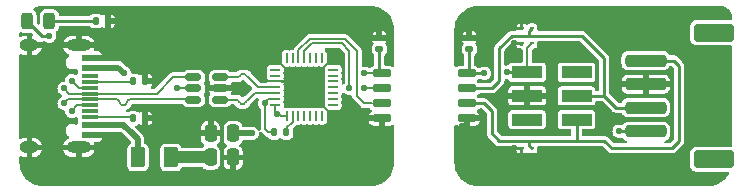
<source format=gbr>
%TF.GenerationSoftware,KiCad,Pcbnew,8.0.4+dfsg-1*%
%TF.CreationDate,2024-12-02T22:27:05+01:00*%
%TF.ProjectId,usb-serial,7573622d-7365-4726-9961-6c2e6b696361,rev?*%
%TF.SameCoordinates,Original*%
%TF.FileFunction,Copper,L1,Top*%
%TF.FilePolarity,Positive*%
%FSLAX46Y46*%
G04 Gerber Fmt 4.6, Leading zero omitted, Abs format (unit mm)*
G04 Created by KiCad (PCBNEW 8.0.4+dfsg-1) date 2024-12-02 22:27:05*
%MOMM*%
%LPD*%
G01*
G04 APERTURE LIST*
G04 Aperture macros list*
%AMRoundRect*
0 Rectangle with rounded corners*
0 $1 Rounding radius*
0 $2 $3 $4 $5 $6 $7 $8 $9 X,Y pos of 4 corners*
0 Add a 4 corners polygon primitive as box body*
4,1,4,$2,$3,$4,$5,$6,$7,$8,$9,$2,$3,0*
0 Add four circle primitives for the rounded corners*
1,1,$1+$1,$2,$3*
1,1,$1+$1,$4,$5*
1,1,$1+$1,$6,$7*
1,1,$1+$1,$8,$9*
0 Add four rect primitives between the rounded corners*
20,1,$1+$1,$2,$3,$4,$5,0*
20,1,$1+$1,$4,$5,$6,$7,0*
20,1,$1+$1,$6,$7,$8,$9,0*
20,1,$1+$1,$8,$9,$2,$3,0*%
G04 Aperture macros list end*
%TA.AperFunction,SMDPad,CuDef*%
%ADD10RoundRect,0.062500X0.117500X0.062500X-0.117500X0.062500X-0.117500X-0.062500X0.117500X-0.062500X0*%
%TD*%
%TA.AperFunction,SMDPad,CuDef*%
%ADD11RoundRect,0.135000X0.135000X0.185000X-0.135000X0.185000X-0.135000X-0.185000X0.135000X-0.185000X0*%
%TD*%
%TA.AperFunction,SMDPad,CuDef*%
%ADD12RoundRect,0.140000X0.170000X-0.140000X0.170000X0.140000X-0.170000X0.140000X-0.170000X-0.140000X0*%
%TD*%
%TA.AperFunction,SMDPad,CuDef*%
%ADD13RoundRect,0.150000X-0.650000X-0.150000X0.650000X-0.150000X0.650000X0.150000X-0.650000X0.150000X0*%
%TD*%
%TA.AperFunction,SMDPad,CuDef*%
%ADD14RoundRect,0.243750X0.243750X0.456250X-0.243750X0.456250X-0.243750X-0.456250X0.243750X-0.456250X0*%
%TD*%
%TA.AperFunction,SMDPad,CuDef*%
%ADD15RoundRect,0.062500X-0.337500X-0.062500X0.337500X-0.062500X0.337500X0.062500X-0.337500X0.062500X0*%
%TD*%
%TA.AperFunction,SMDPad,CuDef*%
%ADD16RoundRect,0.062500X-0.062500X-0.337500X0.062500X-0.337500X0.062500X0.337500X-0.062500X0.337500X0*%
%TD*%
%TA.AperFunction,HeatsinkPad*%
%ADD17R,3.350000X3.350000*%
%TD*%
%TA.AperFunction,SMDPad,CuDef*%
%ADD18RoundRect,0.250000X0.250000X0.475000X-0.250000X0.475000X-0.250000X-0.475000X0.250000X-0.475000X0*%
%TD*%
%TA.AperFunction,SMDPad,CuDef*%
%ADD19R,2.580000X1.000000*%
%TD*%
%TA.AperFunction,SMDPad,CuDef*%
%ADD20RoundRect,0.250000X1.500000X-0.250000X1.500000X0.250000X-1.500000X0.250000X-1.500000X-0.250000X0*%
%TD*%
%TA.AperFunction,SMDPad,CuDef*%
%ADD21RoundRect,0.250001X1.449999X-0.499999X1.449999X0.499999X-1.449999X0.499999X-1.449999X-0.499999X0*%
%TD*%
%TA.AperFunction,SMDPad,CuDef*%
%ADD22RoundRect,0.250000X-0.250000X-0.475000X0.250000X-0.475000X0.250000X0.475000X-0.250000X0.475000X0*%
%TD*%
%TA.AperFunction,SMDPad,CuDef*%
%ADD23R,1.450000X0.600000*%
%TD*%
%TA.AperFunction,SMDPad,CuDef*%
%ADD24R,1.450000X0.300000*%
%TD*%
%TA.AperFunction,ComponentPad*%
%ADD25O,2.100000X1.000000*%
%TD*%
%TA.AperFunction,ComponentPad*%
%ADD26O,1.600000X1.000000*%
%TD*%
%TA.AperFunction,SMDPad,CuDef*%
%ADD27RoundRect,0.150000X0.512500X0.150000X-0.512500X0.150000X-0.512500X-0.150000X0.512500X-0.150000X0*%
%TD*%
%TA.AperFunction,SMDPad,CuDef*%
%ADD28RoundRect,0.250000X0.375000X0.625000X-0.375000X0.625000X-0.375000X-0.625000X0.375000X-0.625000X0*%
%TD*%
%TA.AperFunction,ViaPad*%
%ADD29C,0.560000*%
%TD*%
%TA.AperFunction,Conductor*%
%ADD30C,0.200000*%
%TD*%
%TA.AperFunction,Conductor*%
%ADD31C,0.250000*%
%TD*%
%TA.AperFunction,Conductor*%
%ADD32C,1.000000*%
%TD*%
%TA.AperFunction,Conductor*%
%ADD33C,0.500000*%
%TD*%
%TA.AperFunction,Conductor*%
%ADD34C,0.300000*%
%TD*%
G04 APERTURE END LIST*
D10*
%TO.P,D3,1,A1*%
%TO.N,GND1*%
X43180000Y-16510000D03*
%TO.P,D3,2,A2*%
%TO.N,VDD*%
X44020000Y-16510000D03*
%TD*%
%TO.P,D4,1,A1*%
%TO.N,GND1*%
X43180000Y-25400000D03*
%TO.P,D4,2,A2*%
%TO.N,OUT_TxD*%
X44020000Y-25400000D03*
%TD*%
D11*
%TO.P,R3,1*%
%TO.N,GND*%
X11305000Y-19685000D03*
%TO.P,R3,2*%
%TO.N,Net-(USB1-CC1)*%
X10285000Y-19685000D03*
%TD*%
%TO.P,R12,1*%
%TO.N,GND*%
X8130000Y-14605000D03*
%TO.P,R12,2*%
%TO.N,Net-(D1-K)*%
X7110000Y-14605000D03*
%TD*%
D12*
%TO.P,C3,1*%
%TO.N,+3V3*%
X31115000Y-16990000D03*
%TO.P,C3,2*%
%TO.N,GND*%
X31115000Y-16030000D03*
%TD*%
D13*
%TO.P,U1,1,VDDA*%
%TO.N,+3V3*%
X31325000Y-19050000D03*
%TO.P,U1,2,OUT1*%
%TO.N,Net-(U1-OUT1)*%
X31325000Y-20320000D03*
%TO.P,U1,3,IN2*%
%TO.N,Net-(U1-IN2)*%
X31325000Y-21590000D03*
%TO.P,U1,4,GNDA*%
%TO.N,GND*%
X31325000Y-22860000D03*
%TO.P,U1,5,GNDB*%
%TO.N,GND1*%
X38525000Y-22860000D03*
%TO.P,U1,6,OUT2*%
%TO.N,OUT_TxD*%
X38525000Y-21590000D03*
%TO.P,U1,7,IN1*%
%TO.N,IN_RxD*%
X38525000Y-20320000D03*
%TO.P,U1,8,VDDB*%
%TO.N,VDD*%
X38525000Y-19050000D03*
%TD*%
D14*
%TO.P,D1,1,K*%
%TO.N,Net-(D1-K)*%
X3175000Y-14605000D03*
%TO.P,D1,2,A*%
%TO.N,VBUS*%
X1300000Y-14605000D03*
%TD*%
D15*
%TO.P,U6,1,~{DCD}*%
%TO.N,unconnected-(U6-~{DCD}-Pad1)*%
X22315000Y-18730000D03*
%TO.P,U6,2,~{RI}/CLK*%
%TO.N,unconnected-(U6-~{RI}{slash}CLK-Pad2)*%
X22315000Y-19230000D03*
%TO.P,U6,3,GND*%
%TO.N,GND*%
X22315000Y-19730000D03*
%TO.P,U6,4,D+*%
%TO.N,Net-(U6-D+)*%
X22315000Y-20230000D03*
%TO.P,U6,5,D-*%
%TO.N,Net-(U6-D-)*%
X22315000Y-20730000D03*
%TO.P,U6,6,VDD*%
%TO.N,+3V3*%
X22315000Y-21230000D03*
%TO.P,U6,7,REGIN*%
%TO.N,VBUS*%
X22315000Y-21730000D03*
D16*
%TO.P,U6,8,VBUS*%
X23265000Y-22680000D03*
%TO.P,U6,9,~{RSTb}*%
%TO.N,Net-(U6-~{RSTb})*%
X23765000Y-22680000D03*
%TO.P,U6,10,NC*%
%TO.N,unconnected-(U6-NC-Pad10)*%
X24265000Y-22680000D03*
%TO.P,U6,11,~{SUSPENDb}*%
%TO.N,unconnected-(U6-~{SUSPENDb}-Pad11)*%
X24765000Y-22680000D03*
%TO.P,U6,12,SUSPEND*%
%TO.N,unconnected-(U6-SUSPEND-Pad12)*%
X25265000Y-22680000D03*
%TO.P,U6,13,CHREN*%
%TO.N,unconnected-(U6-CHREN-Pad13)*%
X25765000Y-22680000D03*
%TO.P,U6,14,CHR1*%
%TO.N,unconnected-(U6-CHR1-Pad14)*%
X26265000Y-22680000D03*
D15*
%TO.P,U6,15,CHR0*%
%TO.N,unconnected-(U6-CHR0-Pad15)*%
X27215000Y-21730000D03*
%TO.P,U6,16,~{WAKEUP}/GPIO.3*%
%TO.N,unconnected-(U6-~{WAKEUP}{slash}GPIO.3-Pad16)*%
X27215000Y-21230000D03*
%TO.P,U6,17,RS485/GPIO.2*%
%TO.N,unconnected-(U6-RS485{slash}GPIO.2-Pad17)*%
X27215000Y-20730000D03*
%TO.P,U6,18,~{RXT}/GPIO.1*%
%TO.N,unconnected-(U6-~{RXT}{slash}GPIO.1-Pad18)*%
X27215000Y-20230000D03*
%TO.P,U6,19,~{TXT}/GPIO.0*%
%TO.N,unconnected-(U6-~{TXT}{slash}GPIO.0-Pad19)*%
X27215000Y-19730000D03*
%TO.P,U6,20,GPIO.6*%
%TO.N,unconnected-(U6-GPIO.6-Pad20)*%
X27215000Y-19230000D03*
%TO.P,U6,21,GPIO.5*%
%TO.N,unconnected-(U6-GPIO.5-Pad21)*%
X27215000Y-18730000D03*
D16*
%TO.P,U6,22,GPIO.4*%
%TO.N,unconnected-(U6-GPIO.4-Pad22)*%
X26265000Y-17780000D03*
%TO.P,U6,23,~{CTS}*%
%TO.N,unconnected-(U6-~{CTS}-Pad23)*%
X25765000Y-17780000D03*
%TO.P,U6,24,~{RTS}*%
%TO.N,unconnected-(U6-~{RTS}-Pad24)*%
X25265000Y-17780000D03*
%TO.P,U6,25,RXD*%
%TO.N,Net-(U1-OUT1)*%
X24765000Y-17780000D03*
%TO.P,U6,26,TXD*%
%TO.N,Net-(U1-IN2)*%
X24265000Y-17780000D03*
%TO.P,U6,27,~{DSR}*%
%TO.N,unconnected-(U6-~{DSR}-Pad27)*%
X23765000Y-17780000D03*
%TO.P,U6,28,~{DTR}*%
%TO.N,unconnected-(U6-~{DTR}-Pad28)*%
X23265000Y-17780000D03*
D17*
%TO.P,U6,29,GND*%
%TO.N,GND*%
X24765000Y-20230000D03*
%TD*%
D10*
%TO.P,D5,1,A1*%
%TO.N,GND1*%
X43180000Y-15240000D03*
%TO.P,D5,2,A2*%
%TO.N,IN_RxD*%
X44020000Y-15240000D03*
%TD*%
D18*
%TO.P,C2,1*%
%TO.N,GND*%
X18730000Y-26165000D03*
%TO.P,C2,2*%
%TO.N,VBUS*%
X16830000Y-26165000D03*
%TD*%
D11*
%TO.P,R9,1*%
%TO.N,Net-(U6-~{RSTb})*%
X23245000Y-24040000D03*
%TO.P,R9,2*%
%TO.N,+3V3*%
X22225000Y-24040000D03*
%TD*%
%TO.P,R4,1*%
%TO.N,GND*%
X11305000Y-22860000D03*
%TO.P,R4,2*%
%TO.N,Net-(USB1-CC2)*%
X10285000Y-22860000D03*
%TD*%
D19*
%TO.P,J1,1,Pin_1*%
%TO.N,VDD*%
X43635000Y-18955000D03*
%TO.P,J1,2,Pin_2*%
%TO.N,unconnected-(J1-Pin_2-Pad2)*%
X47805000Y-18955000D03*
%TO.P,J1,3,Pin_3*%
%TO.N,GND1*%
X43635000Y-20955000D03*
%TO.P,J1,4,Pin_4*%
%TO.N,IN_RxD*%
X47805000Y-20955000D03*
%TO.P,J1,5,Pin_5*%
%TO.N,unconnected-(J1-Pin_5-Pad5)*%
X43635000Y-22955000D03*
%TO.P,J1,6,Pin_6*%
%TO.N,OUT_TxD*%
X47805000Y-22955000D03*
%TD*%
D20*
%TO.P,J2,1,Pin_1*%
%TO.N,VDD*%
X53665000Y-23955000D03*
%TO.P,J2,2,Pin_2*%
%TO.N,IN_RxD*%
X53665000Y-21955000D03*
%TO.P,J2,3,Pin_3*%
%TO.N,GND1*%
X53665000Y-19955000D03*
%TO.P,J2,4,Pin_4*%
%TO.N,OUT_TxD*%
X53665000Y-17955000D03*
D21*
%TO.P,J2,MP*%
%TO.N,N/C*%
X59415000Y-26305000D03*
X59415000Y-15605000D03*
%TD*%
D22*
%TO.P,C1,1*%
%TO.N,GND*%
X16830000Y-24130000D03*
%TO.P,C1,2*%
%TO.N,VBUS*%
X18730000Y-24130000D03*
%TD*%
D23*
%TO.P,USB1,A1,GND*%
%TO.N,GND*%
X6585000Y-17750000D03*
%TO.P,USB1,A4,VBUS*%
%TO.N,Net-(U3-VBUS)*%
X6585000Y-18550000D03*
D24*
%TO.P,USB1,A5,CC1*%
%TO.N,Net-(USB1-CC1)*%
X6585000Y-19750000D03*
%TO.P,USB1,A6,DP1*%
%TO.N,Net-(USB1-DP1)*%
X6585000Y-20750000D03*
%TO.P,USB1,A7,DN2*%
%TO.N,Net-(USB1-DN1)*%
X6585000Y-21250000D03*
%TO.P,USB1,A8,SBU1*%
%TO.N,unconnected-(USB1-SBU1-PadA8)*%
X6585000Y-22250000D03*
D23*
%TO.P,USB1,A9,VBUS*%
%TO.N,Net-(U3-VBUS)*%
X6585000Y-23450000D03*
%TO.P,USB1,A12,GND*%
%TO.N,GND*%
X6585000Y-24250000D03*
D24*
%TO.P,USB1,B5,CC2*%
%TO.N,Net-(USB1-CC2)*%
X6585000Y-22750000D03*
%TO.P,USB1,B6,DP2*%
%TO.N,Net-(USB1-DP1)*%
X6585000Y-21750000D03*
%TO.P,USB1,B7,DN1*%
%TO.N,Net-(USB1-DN1)*%
X6585000Y-20250000D03*
%TO.P,USB1,B8,SBU2*%
%TO.N,unconnected-(USB1-SBU2-PadB8)*%
X6585000Y-19250000D03*
D25*
%TO.P,USB1,S1,SHIELD*%
%TO.N,GND*%
X5670000Y-16680000D03*
D26*
X1490000Y-16680000D03*
D25*
X5670000Y-25320000D03*
D26*
X1490000Y-25320000D03*
%TD*%
D27*
%TO.P,U3,1,I/O1*%
%TO.N,Net-(U6-D-)*%
X17647500Y-21270000D03*
%TO.P,U3,2,GND*%
%TO.N,GND*%
X17647500Y-20320000D03*
%TO.P,U3,3,I/O2*%
%TO.N,Net-(U6-D+)*%
X17647500Y-19370000D03*
%TO.P,U3,4,I/O2*%
%TO.N,Net-(USB1-DP1)*%
X15372500Y-19370000D03*
%TO.P,U3,5,VBUS*%
%TO.N,Net-(U3-VBUS)*%
X15372500Y-20320000D03*
%TO.P,U3,6,I/O1*%
%TO.N,Net-(USB1-DN1)*%
X15372500Y-21270000D03*
%TD*%
D12*
%TO.P,C7,1*%
%TO.N,VDD*%
X38735000Y-16990000D03*
%TO.P,C7,2*%
%TO.N,GND1*%
X38735000Y-16030000D03*
%TD*%
D28*
%TO.P,F1,1*%
%TO.N,VBUS*%
X13465000Y-26165000D03*
%TO.P,F1,2*%
%TO.N,Net-(U3-VBUS)*%
X10665000Y-26165000D03*
%TD*%
D29*
%TO.N,VBUS*%
X3175000Y-15875000D03*
X15240000Y-26165000D03*
X22479000Y-22516000D03*
X20320000Y-24130000D03*
%TO.N,GND*%
X8890000Y-14605000D03*
X25400000Y-27940000D03*
X20320000Y-22225000D03*
X27305000Y-17690000D03*
X20955000Y-18960000D03*
X6350000Y-13970000D03*
X19050000Y-20320000D03*
X25400000Y-13970000D03*
X8255000Y-24765000D03*
X31750000Y-14605000D03*
X31115000Y-15240000D03*
X19050000Y-27940000D03*
X6350000Y-27940000D03*
X12700000Y-27940000D03*
X8890000Y-17145000D03*
X19050000Y-13970000D03*
X31750000Y-27305000D03*
X22225000Y-17690000D03*
X27305000Y-22770000D03*
X1270000Y-27305000D03*
X20254000Y-26165000D03*
X12538946Y-22860000D03*
X15875000Y-24130000D03*
X29845000Y-22860000D03*
X12700000Y-13970000D03*
%TO.N,Net-(USB1-DP1)*%
X5080000Y-22225000D03*
X4445000Y-20320000D03*
%TO.N,Net-(USB1-DN1)*%
X5080000Y-19685000D03*
X4445000Y-21590000D03*
%TO.N,VDD*%
X40005000Y-19050000D03*
X51435000Y-23955000D03*
X41910000Y-18955000D03*
%TO.N,GND1*%
X38100000Y-23495000D03*
X38100000Y-27305000D03*
X50165000Y-13970000D03*
X41910000Y-20955000D03*
X59055000Y-18415000D03*
X43815000Y-27940000D03*
X38735000Y-15240000D03*
X38100000Y-14605000D03*
X59055000Y-23495000D03*
X42545000Y-16510000D03*
X50165000Y-27940000D03*
X42545000Y-25400000D03*
X56515000Y-13970000D03*
X42545000Y-15240000D03*
X56515000Y-27940000D03*
X43815000Y-13970000D03*
%TO.N,Net-(U3-VBUS)*%
X9525000Y-23495000D03*
X9525000Y-19050000D03*
X13970000Y-20320000D03*
%TO.N,+3V3*%
X29845000Y-19050000D03*
X21442589Y-21576327D03*
%TO.N,Net-(U1-OUT1)*%
X28575000Y-20320000D03*
X29845000Y-20320000D03*
%TD*%
D30*
%TO.N,GND*%
X29845000Y-22860000D02*
X31325000Y-22860000D01*
%TO.N,Net-(U1-OUT1)*%
X29845000Y-20320000D02*
X31325000Y-20320000D01*
%TO.N,+3V3*%
X29845000Y-19050000D02*
X31325000Y-19050000D01*
%TO.N,Net-(U1-IN2)*%
X29845000Y-21590000D02*
X30480000Y-21590000D01*
X28175000Y-16110000D02*
X29210000Y-17145000D01*
X27305000Y-16110000D02*
X28175000Y-16110000D01*
X29210000Y-17145000D02*
X29210000Y-20955000D01*
X29210000Y-20955000D02*
X29845000Y-21590000D01*
X27305000Y-16110000D02*
X25234315Y-16110000D01*
X25234315Y-16110000D02*
X24265000Y-17079315D01*
X24265000Y-17079315D02*
X24265000Y-17780000D01*
%TO.N,Net-(U1-OUT1)*%
X28575000Y-20320000D02*
X28575000Y-17145000D01*
X24765000Y-17780000D02*
X24765000Y-17145000D01*
X25400000Y-16510000D02*
X27940000Y-16510000D01*
X24765000Y-17145000D02*
X25400000Y-16510000D01*
X27940000Y-16510000D02*
X28575000Y-17145000D01*
%TO.N,VBUS*%
X22315000Y-22225000D02*
X22479000Y-22389000D01*
D31*
X3175000Y-15875000D02*
X2570000Y-15875000D01*
D32*
X13465000Y-26165000D02*
X15240000Y-26165000D01*
D30*
X22479000Y-22516000D02*
X22606000Y-22516000D01*
D31*
X2570000Y-15875000D02*
X1300000Y-14605000D01*
D30*
X22606000Y-22516000D02*
X22770000Y-22680000D01*
X22315000Y-21730000D02*
X22315000Y-22225000D01*
D32*
X16830000Y-26165000D02*
X15240000Y-26165000D01*
D33*
X20320000Y-24130000D02*
X18730000Y-24130000D01*
D31*
X1270000Y-14575000D02*
X1300000Y-14605000D01*
D30*
X23265000Y-22680000D02*
X22770000Y-22680000D01*
X22479000Y-22389000D02*
X22479000Y-22516000D01*
%TO.N,GND*%
X24765000Y-20230000D02*
X22225000Y-17690000D01*
D33*
X6585000Y-24250000D02*
X7740000Y-24250000D01*
D30*
X17647500Y-20320000D02*
X19050000Y-20320000D01*
X24765000Y-20230000D02*
X27305000Y-17690000D01*
X24265000Y-19730000D02*
X22315000Y-19730000D01*
X22315000Y-19730000D02*
X21725000Y-19730000D01*
D34*
X8130000Y-14605000D02*
X8890000Y-14605000D01*
D33*
X8285000Y-17750000D02*
X6585000Y-17750000D01*
D30*
X24765000Y-20230000D02*
X27305000Y-22770000D01*
X24765000Y-20230000D02*
X24265000Y-19730000D01*
X21725000Y-19730000D02*
X20955000Y-18960000D01*
D33*
X8890000Y-17145000D02*
X8285000Y-17750000D01*
D31*
X31115000Y-15240000D02*
X31115000Y-16030000D01*
D33*
X7740000Y-24250000D02*
X8255000Y-24765000D01*
D34*
X15875000Y-24130000D02*
X16830000Y-24130000D01*
X16830000Y-24130000D02*
X16830000Y-24690603D01*
D30*
%TO.N,Net-(USB1-CC1)*%
X10220000Y-19750000D02*
X10285000Y-19685000D01*
X6585000Y-19750000D02*
X10220000Y-19750000D01*
%TO.N,Net-(USB1-CC2)*%
X6585000Y-22750000D02*
X10175000Y-22750000D01*
X10175000Y-22750000D02*
X10285000Y-22860000D01*
%TO.N,Net-(USB1-DP1)*%
X6585000Y-21750000D02*
X5555000Y-21750000D01*
X5555000Y-21750000D02*
X5080000Y-22225000D01*
X4875000Y-20750000D02*
X6585000Y-20750000D01*
X13650000Y-19370000D02*
X12270000Y-20750000D01*
X4445000Y-20320000D02*
X4875000Y-20750000D01*
X15372500Y-19370000D02*
X13650000Y-19370000D01*
X12270000Y-20750000D02*
X6585000Y-20750000D01*
%TO.N,Net-(USB1-DN1)*%
X5645000Y-20250000D02*
X5080000Y-19685000D01*
X15352500Y-21250000D02*
X15372500Y-21270000D01*
X10090000Y-21250000D02*
X15352500Y-21250000D01*
X9140225Y-21500225D02*
X9140225Y-21500226D01*
X6585000Y-21250000D02*
X8890000Y-21250000D01*
X6585000Y-21250000D02*
X4785000Y-21250000D01*
X9990450Y-21250000D02*
X10090000Y-21250000D01*
X6585000Y-20250000D02*
X5645000Y-20250000D01*
X9740225Y-21500226D02*
X9740225Y-21500225D01*
X4785000Y-21250000D02*
X4445000Y-21590000D01*
X9390450Y-21750451D02*
X9490000Y-21750451D01*
X8890000Y-21250000D02*
G75*
G02*
X9140200Y-21500225I0J-250200D01*
G01*
X9490000Y-21750451D02*
G75*
G03*
X9740251Y-21500226I0J250251D01*
G01*
X9740225Y-21500225D02*
G75*
G02*
X9990450Y-21250025I250175J25D01*
G01*
X9140225Y-21500226D02*
G75*
G03*
X9390450Y-21750375I250175J26D01*
G01*
%TO.N,Net-(U6-D-)*%
X20545000Y-20730000D02*
X20005000Y-21270000D01*
X19225926Y-21449075D02*
X19225926Y-21449074D01*
X18805000Y-21270000D02*
X17647500Y-21270000D01*
X22315000Y-20730000D02*
X20545000Y-20730000D01*
X19646852Y-21628149D02*
X19405000Y-21628149D01*
X19825926Y-21449074D02*
X19825926Y-21449075D01*
X19046852Y-21270000D02*
X18805000Y-21270000D01*
X20005000Y-21270000D02*
G75*
G03*
X19825900Y-21449074I0J-179100D01*
G01*
X19225926Y-21449074D02*
G75*
G03*
X19046852Y-21270074I-179026J-26D01*
G01*
X19825926Y-21449075D02*
G75*
G02*
X19646852Y-21628126I-179026J-25D01*
G01*
X19405000Y-21628149D02*
G75*
G02*
X19225951Y-21449075I0J179049D01*
G01*
%TO.N,Net-(U6-D+)*%
X19884005Y-19249005D02*
X19884005Y-19249004D01*
X19163010Y-19370000D02*
X18805000Y-19370000D01*
X22315000Y-20230000D02*
X20865000Y-20230000D01*
X19284005Y-19249004D02*
X19284005Y-19249005D01*
X19763010Y-19128009D02*
X19405000Y-19128009D01*
X18805000Y-19370000D02*
X17647500Y-19370000D01*
X20865000Y-20230000D02*
X20005000Y-19370000D01*
X19884005Y-19249004D02*
G75*
G03*
X19763010Y-19127995I-121005J4D01*
G01*
X19284005Y-19249005D02*
G75*
G02*
X19163010Y-19370005I-121005J5D01*
G01*
X19405000Y-19128009D02*
G75*
G03*
X19284009Y-19249004I0J-120991D01*
G01*
X20005000Y-19370000D02*
G75*
G02*
X19884000Y-19249005I0J121000D01*
G01*
%TO.N,VDD*%
X43635000Y-16895000D02*
X44020000Y-16510000D01*
X43635000Y-18955000D02*
X43635000Y-16895000D01*
D31*
X38735000Y-18840000D02*
X38525000Y-19050000D01*
X51435000Y-23955000D02*
X53665000Y-23955000D01*
X41910000Y-18955000D02*
X43635000Y-18955000D01*
X40005000Y-19050000D02*
X38525000Y-19050000D01*
X38735000Y-16990000D02*
X38735000Y-18840000D01*
D30*
%TO.N,Net-(U6-~{RSTb})*%
X23765000Y-23135000D02*
X23765000Y-22680000D01*
X23245000Y-23655000D02*
X23765000Y-23135000D01*
X23245000Y-24040000D02*
X23245000Y-23655000D01*
%TO.N,GND1*%
X42545000Y-15240000D02*
X43180000Y-15240000D01*
D31*
X38735000Y-15240000D02*
X38735000Y-16030000D01*
D30*
X42545000Y-25400000D02*
X43180000Y-25400000D01*
D31*
X41910000Y-20955000D02*
X43635000Y-20955000D01*
D30*
X43180000Y-16510000D02*
X42545000Y-16510000D01*
D33*
%TO.N,Net-(U3-VBUS)*%
X10665000Y-26165000D02*
X10665000Y-24635000D01*
X9025000Y-18550000D02*
X6585000Y-18550000D01*
D30*
X15372500Y-20320000D02*
X13970000Y-20320000D01*
D33*
X9525000Y-19050000D02*
X9025000Y-18550000D01*
X10160000Y-24130000D02*
X9525000Y-23495000D01*
X10665000Y-26165000D02*
X10795000Y-26035000D01*
X9480000Y-23450000D02*
X6585000Y-23450000D01*
X9525000Y-23495000D02*
X9480000Y-23450000D01*
X10665000Y-24635000D02*
X10412500Y-24382500D01*
X10665000Y-24635000D02*
X10160000Y-24130000D01*
D31*
%TO.N,Net-(D1-K)*%
X7110000Y-14605000D02*
X3175000Y-14605000D01*
D30*
%TO.N,+3V3*%
X21626500Y-21336500D02*
X21463000Y-21500000D01*
D31*
X31115000Y-18840000D02*
X31325000Y-19050000D01*
X31115000Y-16990000D02*
X31115000Y-18840000D01*
D30*
X21463000Y-21500000D02*
X21463000Y-23786000D01*
X21442589Y-21520411D02*
X21626500Y-21336500D01*
X22225000Y-24040000D02*
X21717000Y-24040000D01*
X21733000Y-21230000D02*
X21626500Y-21336500D01*
X21717000Y-24040000D02*
X21463000Y-23786000D01*
X21442589Y-21576327D02*
X21442589Y-21520411D01*
X22315000Y-21230000D02*
X21733000Y-21230000D01*
D31*
%TO.N,OUT_TxD*%
X44450000Y-24765000D02*
X47625000Y-24765000D01*
X53665000Y-17955000D02*
X56055000Y-17955000D01*
X47625000Y-24765000D02*
X50165000Y-24765000D01*
X47805000Y-22955000D02*
X47805000Y-24765000D01*
X50800000Y-25400000D02*
X55880000Y-25400000D01*
X43815000Y-24765000D02*
X44450000Y-24765000D01*
X50165000Y-24765000D02*
X50800000Y-25400000D01*
X56515000Y-24765000D02*
X56515000Y-18415000D01*
X40005000Y-21590000D02*
X40640000Y-22225000D01*
X40640000Y-24130000D02*
X41275000Y-24765000D01*
X38525000Y-21590000D02*
X40005000Y-21590000D01*
X40640000Y-22225000D02*
X40640000Y-24130000D01*
X41275000Y-24765000D02*
X43815000Y-24765000D01*
X47805000Y-24765000D02*
X47625000Y-24765000D01*
X43815000Y-25195000D02*
X43815000Y-24765000D01*
X44020000Y-25400000D02*
X43815000Y-25195000D01*
X56055000Y-17955000D02*
X56515000Y-18415000D01*
X55880000Y-25400000D02*
X56515000Y-24765000D01*
%TO.N,IN_RxD*%
X51165000Y-21955000D02*
X50165000Y-20955000D01*
X41275000Y-19685000D02*
X41275000Y-16924400D01*
X43815000Y-15445000D02*
X43815000Y-15875000D01*
X42324400Y-15875000D02*
X43815000Y-15875000D01*
X50165000Y-20955000D02*
X47805000Y-20955000D01*
X44020000Y-15240000D02*
X43815000Y-15445000D01*
X41275000Y-16924400D02*
X42324400Y-15875000D01*
X53665000Y-21955000D02*
X51165000Y-21955000D01*
X43815000Y-15875000D02*
X48260000Y-15875000D01*
X50165000Y-17780000D02*
X50165000Y-20955000D01*
X38525000Y-20320000D02*
X40640000Y-20320000D01*
X40640000Y-20320000D02*
X41275000Y-19685000D01*
X48260000Y-15875000D02*
X50165000Y-17780000D01*
%TD*%
%TA.AperFunction,Conductor*%
%TO.N,GND1*%
G36*
X60013561Y-13335597D02*
G01*
X60181173Y-13352105D01*
X60205009Y-13356847D01*
X60360323Y-13403962D01*
X60382773Y-13413260D01*
X60525918Y-13489772D01*
X60546121Y-13503272D01*
X60671578Y-13606233D01*
X60688766Y-13623421D01*
X60791727Y-13748878D01*
X60805228Y-13769083D01*
X60881736Y-13912219D01*
X60891037Y-13934676D01*
X60938152Y-14089990D01*
X60942895Y-14113832D01*
X60959403Y-14281438D01*
X60960000Y-14293592D01*
X60960000Y-14430500D01*
X60940315Y-14497539D01*
X60887511Y-14543294D01*
X60836000Y-14554500D01*
X57921908Y-14554500D01*
X57833437Y-14565123D01*
X57692657Y-14620639D01*
X57692655Y-14620640D01*
X57572077Y-14712077D01*
X57480640Y-14832655D01*
X57425124Y-14973437D01*
X57425123Y-14973438D01*
X57414500Y-15061900D01*
X57414500Y-16148091D01*
X57425123Y-16236562D01*
X57480639Y-16377342D01*
X57480640Y-16377344D01*
X57572077Y-16497922D01*
X57685476Y-16583915D01*
X57692658Y-16589361D01*
X57833436Y-16644876D01*
X57921901Y-16655500D01*
X60836000Y-16655499D01*
X60903039Y-16675184D01*
X60948794Y-16727987D01*
X60960000Y-16779499D01*
X60960000Y-25130500D01*
X60940315Y-25197539D01*
X60887511Y-25243294D01*
X60836000Y-25254500D01*
X57921908Y-25254500D01*
X57833437Y-25265123D01*
X57692657Y-25320639D01*
X57692655Y-25320640D01*
X57572077Y-25412077D01*
X57480640Y-25532655D01*
X57425124Y-25673437D01*
X57425123Y-25673438D01*
X57414500Y-25761900D01*
X57414500Y-26848091D01*
X57425123Y-26936562D01*
X57480639Y-27077342D01*
X57480640Y-27077344D01*
X57572077Y-27197922D01*
X57692655Y-27289359D01*
X57692658Y-27289361D01*
X57833436Y-27344876D01*
X57921901Y-27355500D01*
X60597756Y-27355499D01*
X60664795Y-27375184D01*
X60710550Y-27427987D01*
X60720494Y-27497146D01*
X60706588Y-27538926D01*
X60646758Y-27648496D01*
X60637193Y-27663380D01*
X60476811Y-27877624D01*
X60465225Y-27890994D01*
X60275994Y-28080225D01*
X60262624Y-28091811D01*
X60048380Y-28252193D01*
X60033496Y-28261758D01*
X59798617Y-28390011D01*
X59782524Y-28397361D01*
X59531770Y-28490888D01*
X59514794Y-28495872D01*
X59253297Y-28552757D01*
X59235785Y-28555275D01*
X58964418Y-28574684D01*
X58955572Y-28575000D01*
X39469428Y-28575000D01*
X39460582Y-28574684D01*
X39189214Y-28555275D01*
X39171702Y-28552757D01*
X38910205Y-28495872D01*
X38893229Y-28490888D01*
X38642475Y-28397361D01*
X38626382Y-28390011D01*
X38391503Y-28261758D01*
X38376619Y-28252193D01*
X38162375Y-28091811D01*
X38149005Y-28080225D01*
X37959774Y-27890994D01*
X37948188Y-27877624D01*
X37787802Y-27663375D01*
X37778244Y-27648501D01*
X37649987Y-27413616D01*
X37642638Y-27397524D01*
X37634306Y-27375184D01*
X37549108Y-27146762D01*
X37544129Y-27129803D01*
X37487241Y-26868291D01*
X37484724Y-26850785D01*
X37484531Y-26848091D01*
X37465316Y-26579418D01*
X37465000Y-26570572D01*
X37465000Y-25525000D01*
X42704095Y-25525000D01*
X42710265Y-25567360D01*
X42710265Y-25567362D01*
X42763402Y-25676055D01*
X42848945Y-25761598D01*
X42957636Y-25814734D01*
X43028092Y-25824999D01*
X43055000Y-25824998D01*
X43055000Y-25525000D01*
X42704095Y-25525000D01*
X37465000Y-25525000D01*
X37465000Y-23512322D01*
X37484685Y-23445283D01*
X37537489Y-23399528D01*
X37606647Y-23389584D01*
X37653679Y-23408878D01*
X37654141Y-23408005D01*
X37662354Y-23412346D01*
X37790397Y-23457149D01*
X37820792Y-23459999D01*
X38274999Y-23459999D01*
X38775000Y-23459999D01*
X39229196Y-23459999D01*
X39259606Y-23457148D01*
X39387645Y-23412346D01*
X39496792Y-23331792D01*
X39577346Y-23222645D01*
X39616762Y-23110000D01*
X38775000Y-23110000D01*
X38775000Y-23459999D01*
X38274999Y-23459999D01*
X38275000Y-23459998D01*
X38275000Y-22734000D01*
X38294685Y-22666961D01*
X38347489Y-22621206D01*
X38399000Y-22610000D01*
X39616761Y-22610000D01*
X39577346Y-22497354D01*
X39496792Y-22388207D01*
X39411257Y-22325080D01*
X39369007Y-22269433D01*
X39363548Y-22199776D01*
X39396616Y-22138227D01*
X39411243Y-22125551D01*
X39497150Y-22062150D01*
X39497153Y-22062146D01*
X39503721Y-22055579D01*
X39505548Y-22057406D01*
X39550054Y-22023616D01*
X39594177Y-22015500D01*
X39777390Y-22015500D01*
X39844429Y-22035185D01*
X39865071Y-22051819D01*
X40178181Y-22364929D01*
X40211666Y-22426252D01*
X40214500Y-22452610D01*
X40214500Y-24073982D01*
X40214500Y-24186018D01*
X40243497Y-24294237D01*
X40299515Y-24391263D01*
X40934515Y-25026263D01*
X41013737Y-25105485D01*
X41110763Y-25161503D01*
X41218982Y-25190500D01*
X42574313Y-25190500D01*
X42641352Y-25210185D01*
X42668102Y-25233385D01*
X42704094Y-25275000D01*
X43181000Y-25275000D01*
X43248039Y-25294685D01*
X43293794Y-25347489D01*
X43305000Y-25399000D01*
X43305000Y-25824999D01*
X43331902Y-25824999D01*
X43402361Y-25814734D01*
X43511051Y-25761599D01*
X43511959Y-25760692D01*
X43513512Y-25759843D01*
X43519417Y-25755628D01*
X43519926Y-25756340D01*
X43573280Y-25727203D01*
X43642972Y-25732184D01*
X43680228Y-25756125D01*
X43680289Y-25756041D01*
X43682017Y-25757274D01*
X43687327Y-25760687D01*
X43688651Y-25762011D01*
X43797488Y-25815219D01*
X43797489Y-25815219D01*
X43797491Y-25815220D01*
X43868051Y-25825500D01*
X43949540Y-25825499D01*
X43949547Y-25825500D01*
X43963982Y-25825500D01*
X44090453Y-25825500D01*
X44090461Y-25825499D01*
X44171950Y-25825499D01*
X44200172Y-25821387D01*
X44242509Y-25815220D01*
X44351347Y-25762012D01*
X44437012Y-25676347D01*
X44490220Y-25567509D01*
X44500500Y-25496949D01*
X44500499Y-25314500D01*
X44520183Y-25247461D01*
X44572987Y-25201706D01*
X44624499Y-25190500D01*
X47568982Y-25190500D01*
X47748982Y-25190500D01*
X47861018Y-25190500D01*
X49937390Y-25190500D01*
X50004429Y-25210185D01*
X50025071Y-25226819D01*
X50538737Y-25740485D01*
X50635763Y-25796503D01*
X50743982Y-25825500D01*
X50743984Y-25825500D01*
X55936016Y-25825500D01*
X55936018Y-25825500D01*
X56044237Y-25796503D01*
X56141263Y-25740485D01*
X56855485Y-25026263D01*
X56911503Y-24929237D01*
X56940500Y-24821018D01*
X56940500Y-24708981D01*
X56940500Y-18358982D01*
X56911503Y-18250763D01*
X56855485Y-18153737D01*
X56776263Y-18074515D01*
X56776262Y-18074514D01*
X56771932Y-18070184D01*
X56771921Y-18070174D01*
X56316265Y-17614517D01*
X56316264Y-17614516D01*
X56316263Y-17614515D01*
X56219237Y-17558497D01*
X56111018Y-17529500D01*
X56111017Y-17529500D01*
X55771945Y-17529500D01*
X55704906Y-17509815D01*
X55659151Y-17457011D01*
X55656590Y-17450990D01*
X55654227Y-17444999D01*
X55649361Y-17432658D01*
X55649360Y-17432657D01*
X55649360Y-17432656D01*
X55557922Y-17312077D01*
X55437343Y-17220639D01*
X55296561Y-17165122D01*
X55250926Y-17159642D01*
X55208102Y-17154500D01*
X52121898Y-17154500D01*
X52082853Y-17159188D01*
X52033438Y-17165122D01*
X51892656Y-17220639D01*
X51772077Y-17312077D01*
X51680639Y-17432656D01*
X51625122Y-17573438D01*
X51620040Y-17615763D01*
X51614500Y-17661898D01*
X51614500Y-18248102D01*
X51614820Y-18250763D01*
X51625122Y-18336561D01*
X51680639Y-18477343D01*
X51772077Y-18597922D01*
X51892656Y-18689360D01*
X51892657Y-18689360D01*
X51892658Y-18689361D01*
X52033436Y-18744877D01*
X52121898Y-18755500D01*
X52121903Y-18755500D01*
X55208097Y-18755500D01*
X55208102Y-18755500D01*
X55296564Y-18744877D01*
X55437342Y-18689361D01*
X55557922Y-18597922D01*
X55649361Y-18477342D01*
X55656590Y-18459009D01*
X55699496Y-18403866D01*
X55765404Y-18380673D01*
X55771945Y-18380500D01*
X55827390Y-18380500D01*
X55894429Y-18400185D01*
X55915066Y-18416814D01*
X56053182Y-18554929D01*
X56086666Y-18616250D01*
X56089500Y-18642609D01*
X56089500Y-24537390D01*
X56069815Y-24604429D01*
X56053181Y-24625071D01*
X55740071Y-24938181D01*
X55678748Y-24971666D01*
X55652390Y-24974500D01*
X55366731Y-24974500D01*
X55299692Y-24954815D01*
X55253937Y-24902011D01*
X55243993Y-24832853D01*
X55273018Y-24769297D01*
X55321239Y-24735146D01*
X55437342Y-24689361D01*
X55557922Y-24597922D01*
X55649361Y-24477342D01*
X55704877Y-24336564D01*
X55715500Y-24248102D01*
X55715500Y-23661898D01*
X55704877Y-23573436D01*
X55649361Y-23432658D01*
X55649360Y-23432657D01*
X55649360Y-23432656D01*
X55557922Y-23312077D01*
X55437343Y-23220639D01*
X55296561Y-23165122D01*
X55250926Y-23159642D01*
X55208102Y-23154500D01*
X52121898Y-23154500D01*
X52082853Y-23159188D01*
X52033438Y-23165122D01*
X51892656Y-23220639D01*
X51772082Y-23312074D01*
X51772079Y-23312076D01*
X51740916Y-23353171D01*
X51684723Y-23394693D01*
X51615001Y-23399244D01*
X51594665Y-23392807D01*
X51594649Y-23392800D01*
X51586541Y-23389442D01*
X51435000Y-23369491D01*
X51283459Y-23389442D01*
X51283455Y-23389443D01*
X51142247Y-23447932D01*
X51142244Y-23447934D01*
X51020983Y-23540982D01*
X51020982Y-23540983D01*
X50927934Y-23662244D01*
X50927932Y-23662247D01*
X50869443Y-23803455D01*
X50869442Y-23803459D01*
X50849491Y-23955000D01*
X50865155Y-24073982D01*
X50869442Y-24106540D01*
X50869443Y-24106544D01*
X50927933Y-24247753D01*
X50927934Y-24247756D01*
X51020982Y-24369017D01*
X51142243Y-24462065D01*
X51142244Y-24462065D01*
X51142245Y-24462066D01*
X51283459Y-24520558D01*
X51435000Y-24540509D01*
X51586541Y-24520558D01*
X51594656Y-24517196D01*
X51664121Y-24509724D01*
X51726602Y-24540995D01*
X51740915Y-24556829D01*
X51772076Y-24597921D01*
X51892656Y-24689360D01*
X51892657Y-24689360D01*
X51892658Y-24689361D01*
X52008760Y-24735146D01*
X52063903Y-24778051D01*
X52087096Y-24843959D01*
X52070976Y-24911943D01*
X52020659Y-24960420D01*
X51963269Y-24974500D01*
X51027610Y-24974500D01*
X50960571Y-24954815D01*
X50939929Y-24938181D01*
X50426265Y-24424517D01*
X50426263Y-24424515D01*
X50329237Y-24368497D01*
X50221018Y-24339500D01*
X50221017Y-24339500D01*
X48354500Y-24339500D01*
X48287461Y-24319815D01*
X48241706Y-24267011D01*
X48230500Y-24215500D01*
X48230500Y-23879499D01*
X48250185Y-23812460D01*
X48302989Y-23766705D01*
X48354500Y-23755499D01*
X49139856Y-23755499D01*
X49139864Y-23755499D01*
X49139879Y-23755497D01*
X49139882Y-23755497D01*
X49164987Y-23752586D01*
X49164988Y-23752585D01*
X49164991Y-23752585D01*
X49267765Y-23707206D01*
X49347206Y-23627765D01*
X49392585Y-23524991D01*
X49395500Y-23499865D01*
X49395499Y-22410136D01*
X49395497Y-22410117D01*
X49392586Y-22385012D01*
X49392585Y-22385010D01*
X49392585Y-22385009D01*
X49347206Y-22282235D01*
X49267765Y-22202794D01*
X49233458Y-22187646D01*
X49164992Y-22157415D01*
X49139865Y-22154500D01*
X46470143Y-22154500D01*
X46470117Y-22154502D01*
X46445012Y-22157413D01*
X46445008Y-22157415D01*
X46342235Y-22202793D01*
X46262794Y-22282234D01*
X46217415Y-22385006D01*
X46217415Y-22385008D01*
X46214500Y-22410131D01*
X46214500Y-23499856D01*
X46214502Y-23499882D01*
X46217413Y-23524987D01*
X46217415Y-23524991D01*
X46262793Y-23627764D01*
X46262794Y-23627765D01*
X46342235Y-23707206D01*
X46445009Y-23752585D01*
X46470135Y-23755500D01*
X47255500Y-23755499D01*
X47322539Y-23775183D01*
X47368294Y-23827987D01*
X47379500Y-23879499D01*
X47379500Y-24215500D01*
X47359815Y-24282539D01*
X47307011Y-24328294D01*
X47255500Y-24339500D01*
X41502610Y-24339500D01*
X41435571Y-24319815D01*
X41414929Y-24303181D01*
X41101819Y-23990071D01*
X41068334Y-23928748D01*
X41065500Y-23902390D01*
X41065500Y-22410131D01*
X42044500Y-22410131D01*
X42044500Y-23499856D01*
X42044502Y-23499882D01*
X42047413Y-23524987D01*
X42047415Y-23524991D01*
X42092793Y-23627764D01*
X42092794Y-23627765D01*
X42172235Y-23707206D01*
X42275009Y-23752585D01*
X42300135Y-23755500D01*
X44969864Y-23755499D01*
X44969879Y-23755497D01*
X44969882Y-23755497D01*
X44994987Y-23752586D01*
X44994988Y-23752585D01*
X44994991Y-23752585D01*
X45097765Y-23707206D01*
X45177206Y-23627765D01*
X45222585Y-23524991D01*
X45225500Y-23499865D01*
X45225499Y-22410136D01*
X45225497Y-22410117D01*
X45222586Y-22385012D01*
X45222585Y-22385010D01*
X45222585Y-22385009D01*
X45177206Y-22282235D01*
X45097765Y-22202794D01*
X45063458Y-22187646D01*
X44994992Y-22157415D01*
X44969865Y-22154500D01*
X42300143Y-22154500D01*
X42300117Y-22154502D01*
X42275012Y-22157413D01*
X42275008Y-22157415D01*
X42172235Y-22202793D01*
X42092794Y-22282234D01*
X42047415Y-22385006D01*
X42047415Y-22385008D01*
X42044500Y-22410131D01*
X41065500Y-22410131D01*
X41065500Y-22168984D01*
X41065500Y-22168982D01*
X41036503Y-22060763D01*
X40980485Y-21963737D01*
X40901263Y-21884515D01*
X40516533Y-21499785D01*
X42045001Y-21499785D01*
X42045002Y-21499808D01*
X42047908Y-21524869D01*
X42047909Y-21524873D01*
X42093211Y-21627474D01*
X42093214Y-21627479D01*
X42172520Y-21706785D01*
X42172525Y-21706788D01*
X42275123Y-21752089D01*
X42300206Y-21754999D01*
X43384999Y-21754999D01*
X43885000Y-21754999D01*
X44969786Y-21754999D01*
X44969808Y-21754997D01*
X44994869Y-21752091D01*
X44994873Y-21752090D01*
X45097474Y-21706788D01*
X45097479Y-21706785D01*
X45176785Y-21627479D01*
X45176788Y-21627474D01*
X45222089Y-21524877D01*
X45222089Y-21524875D01*
X45224999Y-21499794D01*
X45225000Y-21499791D01*
X45225000Y-21205000D01*
X43885000Y-21205000D01*
X43885000Y-21754999D01*
X43384999Y-21754999D01*
X43385000Y-21754998D01*
X43385000Y-21205000D01*
X42045001Y-21205000D01*
X42045001Y-21499785D01*
X40516533Y-21499785D01*
X40266263Y-21249515D01*
X40169237Y-21193497D01*
X40061018Y-21164500D01*
X40061017Y-21164500D01*
X39594177Y-21164500D01*
X39527138Y-21144815D01*
X39504524Y-21123617D01*
X39503721Y-21124421D01*
X39497152Y-21117852D01*
X39497150Y-21117851D01*
X39497150Y-21117850D01*
X39411677Y-21054768D01*
X39369428Y-20999123D01*
X39363969Y-20929467D01*
X39397036Y-20867917D01*
X39411670Y-20855236D01*
X39497150Y-20792150D01*
X39497152Y-20792146D01*
X39503721Y-20785579D01*
X39505548Y-20787406D01*
X39550054Y-20753616D01*
X39594177Y-20745500D01*
X40696016Y-20745500D01*
X40696018Y-20745500D01*
X40804237Y-20716503D01*
X40901263Y-20660485D01*
X41151543Y-20410205D01*
X42045000Y-20410205D01*
X42045000Y-20705000D01*
X43385000Y-20705000D01*
X43885000Y-20705000D01*
X45224999Y-20705000D01*
X45224999Y-20410214D01*
X45224997Y-20410191D01*
X45222091Y-20385130D01*
X45222090Y-20385126D01*
X45176788Y-20282525D01*
X45176785Y-20282520D01*
X45097479Y-20203214D01*
X45097474Y-20203211D01*
X44994876Y-20157910D01*
X44969794Y-20155000D01*
X43885000Y-20155000D01*
X43885000Y-20705000D01*
X43385000Y-20705000D01*
X43385000Y-20155000D01*
X42300214Y-20155000D01*
X42300191Y-20155002D01*
X42275130Y-20157908D01*
X42275126Y-20157909D01*
X42172525Y-20203211D01*
X42172520Y-20203214D01*
X42093214Y-20282520D01*
X42093211Y-20282525D01*
X42047910Y-20385122D01*
X42047910Y-20385124D01*
X42045000Y-20410205D01*
X41151543Y-20410205D01*
X41615485Y-19946263D01*
X41671503Y-19849237D01*
X41700500Y-19741018D01*
X41700500Y-19654322D01*
X41720185Y-19587283D01*
X41772989Y-19541528D01*
X41840684Y-19531383D01*
X41910000Y-19540509D01*
X41954242Y-19534684D01*
X42023277Y-19545449D01*
X42075533Y-19591828D01*
X42083862Y-19607536D01*
X42092794Y-19627765D01*
X42172235Y-19707206D01*
X42275009Y-19752585D01*
X42300135Y-19755500D01*
X44969864Y-19755499D01*
X44969879Y-19755497D01*
X44969882Y-19755497D01*
X44994987Y-19752586D01*
X44994988Y-19752585D01*
X44994991Y-19752585D01*
X45097765Y-19707206D01*
X45177206Y-19627765D01*
X45222585Y-19524991D01*
X45225500Y-19499865D01*
X45225499Y-18410136D01*
X45225498Y-18410131D01*
X46214500Y-18410131D01*
X46214500Y-19499856D01*
X46214502Y-19499882D01*
X46217413Y-19524987D01*
X46217415Y-19524991D01*
X46262793Y-19627764D01*
X46262794Y-19627765D01*
X46342235Y-19707206D01*
X46445009Y-19752585D01*
X46470135Y-19755500D01*
X49139864Y-19755499D01*
X49139879Y-19755497D01*
X49139882Y-19755497D01*
X49164987Y-19752586D01*
X49164988Y-19752585D01*
X49164991Y-19752585D01*
X49267765Y-19707206D01*
X49347206Y-19627765D01*
X49392585Y-19524991D01*
X49395500Y-19499865D01*
X49395499Y-18410136D01*
X49394345Y-18400185D01*
X49392586Y-18385012D01*
X49392585Y-18385010D01*
X49392585Y-18385009D01*
X49347206Y-18282235D01*
X49267765Y-18202794D01*
X49267763Y-18202793D01*
X49164992Y-18157415D01*
X49139865Y-18154500D01*
X46470143Y-18154500D01*
X46470117Y-18154502D01*
X46445012Y-18157413D01*
X46445008Y-18157415D01*
X46342235Y-18202793D01*
X46262794Y-18282234D01*
X46217415Y-18385006D01*
X46217415Y-18385008D01*
X46214500Y-18410131D01*
X45225498Y-18410131D01*
X45224345Y-18400185D01*
X45222586Y-18385012D01*
X45222585Y-18385010D01*
X45222585Y-18385009D01*
X45177206Y-18282235D01*
X45097765Y-18202794D01*
X45097763Y-18202793D01*
X44994992Y-18157415D01*
X44969868Y-18154500D01*
X44969865Y-18154500D01*
X44159500Y-18154500D01*
X44092461Y-18134815D01*
X44046706Y-18082011D01*
X44035500Y-18030500D01*
X44035500Y-17112255D01*
X44055185Y-17045216D01*
X44071818Y-17024575D01*
X44129914Y-16966478D01*
X44191237Y-16932992D01*
X44199722Y-16931453D01*
X44242509Y-16925220D01*
X44351347Y-16872012D01*
X44437012Y-16786347D01*
X44490220Y-16677509D01*
X44500500Y-16606949D01*
X44500499Y-16424500D01*
X44520183Y-16357461D01*
X44572987Y-16311706D01*
X44624499Y-16300500D01*
X48032390Y-16300500D01*
X48099429Y-16320185D01*
X48120071Y-16336819D01*
X49703181Y-17919929D01*
X49736666Y-17981252D01*
X49739500Y-18007610D01*
X49739500Y-20405500D01*
X49719815Y-20472539D01*
X49667011Y-20518294D01*
X49615500Y-20529500D01*
X49519438Y-20529500D01*
X49452399Y-20509815D01*
X49406644Y-20457011D01*
X49395644Y-20412653D01*
X49395499Y-20410151D01*
X49395499Y-20410136D01*
X49395497Y-20410117D01*
X49392586Y-20385012D01*
X49392585Y-20385010D01*
X49392585Y-20385009D01*
X49347206Y-20282235D01*
X49267765Y-20202794D01*
X49267763Y-20202793D01*
X49164992Y-20157415D01*
X49139865Y-20154500D01*
X46470143Y-20154500D01*
X46470117Y-20154502D01*
X46445012Y-20157413D01*
X46445008Y-20157415D01*
X46342235Y-20202793D01*
X46262794Y-20282234D01*
X46217415Y-20385006D01*
X46217415Y-20385008D01*
X46214500Y-20410131D01*
X46214500Y-21499856D01*
X46214502Y-21499882D01*
X46217413Y-21524987D01*
X46217415Y-21524991D01*
X46262793Y-21627764D01*
X46262794Y-21627765D01*
X46342235Y-21707206D01*
X46445009Y-21752585D01*
X46470135Y-21755500D01*
X49139864Y-21755499D01*
X49139879Y-21755497D01*
X49139882Y-21755497D01*
X49164987Y-21752586D01*
X49164988Y-21752585D01*
X49164991Y-21752585D01*
X49267765Y-21707206D01*
X49347206Y-21627765D01*
X49392585Y-21524991D01*
X49395500Y-21499865D01*
X49395500Y-21499848D01*
X49395645Y-21497353D01*
X49395861Y-21496746D01*
X49395913Y-21496306D01*
X49396014Y-21496317D01*
X49419161Y-21431560D01*
X49474514Y-21388924D01*
X49519439Y-21380500D01*
X49937390Y-21380500D01*
X50004429Y-21400185D01*
X50025071Y-21416819D01*
X50824515Y-22216263D01*
X50903737Y-22295485D01*
X51000763Y-22351503D01*
X51108982Y-22380500D01*
X51558055Y-22380500D01*
X51625094Y-22400185D01*
X51670849Y-22452989D01*
X51673410Y-22459010D01*
X51680639Y-22477343D01*
X51772077Y-22597922D01*
X51892656Y-22689360D01*
X51892657Y-22689360D01*
X51892658Y-22689361D01*
X52033436Y-22744877D01*
X52121898Y-22755500D01*
X52121903Y-22755500D01*
X55208097Y-22755500D01*
X55208102Y-22755500D01*
X55296564Y-22744877D01*
X55437342Y-22689361D01*
X55557922Y-22597922D01*
X55649361Y-22477342D01*
X55704877Y-22336564D01*
X55715500Y-22248102D01*
X55715500Y-21661898D01*
X55704877Y-21573436D01*
X55649361Y-21432658D01*
X55649360Y-21432657D01*
X55649360Y-21432656D01*
X55557922Y-21312077D01*
X55437343Y-21220639D01*
X55296561Y-21165122D01*
X55250926Y-21159642D01*
X55208102Y-21154500D01*
X52121898Y-21154500D01*
X52082853Y-21159188D01*
X52033438Y-21165122D01*
X51892656Y-21220639D01*
X51772077Y-21312077D01*
X51680639Y-21432656D01*
X51673410Y-21450990D01*
X51630504Y-21506134D01*
X51564596Y-21529327D01*
X51558055Y-21529500D01*
X51392610Y-21529500D01*
X51325571Y-21509815D01*
X51304929Y-21493181D01*
X50626819Y-20815071D01*
X50593334Y-20753748D01*
X50590500Y-20727390D01*
X50590500Y-20248053D01*
X51615000Y-20248053D01*
X51625613Y-20336443D01*
X51681079Y-20477095D01*
X51772435Y-20597564D01*
X51892904Y-20688920D01*
X52033556Y-20744386D01*
X52121946Y-20755000D01*
X53415000Y-20755000D01*
X53915000Y-20755000D01*
X55208054Y-20755000D01*
X55296443Y-20744386D01*
X55437095Y-20688920D01*
X55557564Y-20597564D01*
X55648920Y-20477095D01*
X55704386Y-20336443D01*
X55715000Y-20248053D01*
X55715000Y-20205000D01*
X53915000Y-20205000D01*
X53915000Y-20755000D01*
X53415000Y-20755000D01*
X53415000Y-20205000D01*
X51615000Y-20205000D01*
X51615000Y-20248053D01*
X50590500Y-20248053D01*
X50590500Y-19661946D01*
X51615000Y-19661946D01*
X51615000Y-19705000D01*
X53415000Y-19705000D01*
X53915000Y-19705000D01*
X55715000Y-19705000D01*
X55715000Y-19661946D01*
X55704386Y-19573556D01*
X55648920Y-19432904D01*
X55557564Y-19312435D01*
X55437095Y-19221079D01*
X55296443Y-19165613D01*
X55208054Y-19155000D01*
X53915000Y-19155000D01*
X53915000Y-19705000D01*
X53415000Y-19705000D01*
X53415000Y-19155000D01*
X52121946Y-19155000D01*
X52033556Y-19165613D01*
X51892904Y-19221079D01*
X51772435Y-19312435D01*
X51681079Y-19432904D01*
X51625613Y-19573556D01*
X51615000Y-19661946D01*
X50590500Y-19661946D01*
X50590500Y-17723984D01*
X50590500Y-17723982D01*
X50561503Y-17615763D01*
X50505485Y-17518737D01*
X50426263Y-17439515D01*
X48521263Y-15534515D01*
X48424237Y-15478497D01*
X48316018Y-15449500D01*
X48316017Y-15449500D01*
X44624500Y-15449500D01*
X44557461Y-15429815D01*
X44511706Y-15377011D01*
X44500500Y-15325501D01*
X44500499Y-15143049D01*
X44494331Y-15100715D01*
X44490220Y-15072491D01*
X44437012Y-14963653D01*
X44437010Y-14963651D01*
X44437010Y-14963650D01*
X44351348Y-14877988D01*
X44242511Y-14824780D01*
X44224869Y-14822210D01*
X44171949Y-14814500D01*
X44076020Y-14814500D01*
X44076019Y-14814500D01*
X43963982Y-14814500D01*
X43963979Y-14814500D01*
X43868049Y-14814500D01*
X43797493Y-14824779D01*
X43688649Y-14877990D01*
X43688648Y-14877990D01*
X43687322Y-14879317D01*
X43685064Y-14880549D01*
X43680289Y-14883959D01*
X43679876Y-14883381D01*
X43625997Y-14912799D01*
X43556306Y-14907810D01*
X43519549Y-14884186D01*
X43519417Y-14884372D01*
X43515619Y-14881660D01*
X43511965Y-14879312D01*
X43511054Y-14878401D01*
X43402366Y-14825266D01*
X43331895Y-14815000D01*
X43305000Y-14815000D01*
X43305000Y-15241000D01*
X43285315Y-15308039D01*
X43232511Y-15353794D01*
X43181000Y-15365000D01*
X42704095Y-15365000D01*
X42668102Y-15406616D01*
X42609359Y-15444445D01*
X42574314Y-15449500D01*
X42268382Y-15449500D01*
X42160163Y-15478497D01*
X42160160Y-15478498D01*
X42063140Y-15534513D01*
X42063134Y-15534517D01*
X40934517Y-16663134D01*
X40934513Y-16663140D01*
X40878498Y-16760160D01*
X40878497Y-16760163D01*
X40849500Y-16868382D01*
X40849500Y-19457390D01*
X40829815Y-19524429D01*
X40813181Y-19545071D01*
X40500071Y-19858181D01*
X40438748Y-19891666D01*
X40412390Y-19894500D01*
X39594177Y-19894500D01*
X39527138Y-19874815D01*
X39504524Y-19853617D01*
X39503721Y-19854421D01*
X39497152Y-19847852D01*
X39497150Y-19847851D01*
X39497150Y-19847850D01*
X39411677Y-19784768D01*
X39369428Y-19729123D01*
X39363969Y-19659467D01*
X39397036Y-19597917D01*
X39411670Y-19585236D01*
X39497150Y-19522150D01*
X39497151Y-19522148D01*
X39504627Y-19516631D01*
X39506162Y-19518711D01*
X39555193Y-19491930D01*
X39624885Y-19496904D01*
X39657052Y-19514714D01*
X39712245Y-19557066D01*
X39853459Y-19615558D01*
X40005000Y-19635509D01*
X40156541Y-19615558D01*
X40297755Y-19557066D01*
X40419017Y-19464017D01*
X40512066Y-19342755D01*
X40570558Y-19201541D01*
X40590509Y-19050000D01*
X40570558Y-18898459D01*
X40536113Y-18815301D01*
X40512067Y-18757247D01*
X40512065Y-18757244D01*
X40459975Y-18689360D01*
X40419017Y-18635983D01*
X40419015Y-18635982D01*
X40419015Y-18635981D01*
X40297756Y-18542934D01*
X40297753Y-18542933D01*
X40156544Y-18484443D01*
X40156542Y-18484442D01*
X40156541Y-18484442D01*
X40005000Y-18464491D01*
X39853459Y-18484442D01*
X39853455Y-18484443D01*
X39712247Y-18542932D01*
X39712245Y-18542934D01*
X39657055Y-18585283D01*
X39591886Y-18610477D01*
X39523441Y-18596438D01*
X39505027Y-18582823D01*
X39504626Y-18583368D01*
X39497150Y-18577851D01*
X39497150Y-18577850D01*
X39387882Y-18497207D01*
X39387880Y-18497206D01*
X39259698Y-18452352D01*
X39258037Y-18451990D01*
X39256929Y-18451384D01*
X39252577Y-18449861D01*
X39252829Y-18449140D01*
X39196743Y-18418452D01*
X39163311Y-18357100D01*
X39160500Y-18330847D01*
X39160500Y-17551508D01*
X39180185Y-17484469D01*
X39210865Y-17451739D01*
X39219999Y-17444999D01*
X39220002Y-17444993D01*
X39220004Y-17444993D01*
X39298851Y-17338158D01*
X39298852Y-17338157D01*
X39342708Y-17212826D01*
X39342708Y-17212823D01*
X39342710Y-17212819D01*
X39345500Y-17183066D01*
X39345500Y-16796934D01*
X39342710Y-16767181D01*
X39342708Y-16767177D01*
X39342708Y-16767173D01*
X39298852Y-16641844D01*
X39298852Y-16641843D01*
X39255579Y-16583211D01*
X39231609Y-16517583D01*
X39246924Y-16449413D01*
X39255581Y-16435943D01*
X39298403Y-16377922D01*
X39332668Y-16280000D01*
X38137332Y-16280000D01*
X38171596Y-16377922D01*
X38214419Y-16435945D01*
X38238390Y-16501574D01*
X38223075Y-16569744D01*
X38214419Y-16583212D01*
X38204075Y-16597227D01*
X38171147Y-16641844D01*
X38127291Y-16767173D01*
X38127289Y-16767185D01*
X38124500Y-16796929D01*
X38124500Y-17183070D01*
X38127289Y-17212814D01*
X38127291Y-17212826D01*
X38171147Y-17338157D01*
X38171148Y-17338158D01*
X38249995Y-17444993D01*
X38249998Y-17444995D01*
X38250001Y-17444999D01*
X38259132Y-17451738D01*
X38301383Y-17507381D01*
X38309500Y-17551508D01*
X38309500Y-18325500D01*
X38289815Y-18392539D01*
X38237011Y-18438294D01*
X38185500Y-18449500D01*
X37820730Y-18449500D01*
X37790300Y-18452353D01*
X37790298Y-18452353D01*
X37662119Y-18497206D01*
X37653899Y-18501551D01*
X37653219Y-18500265D01*
X37597000Y-18520798D01*
X37528830Y-18505479D01*
X37479764Y-18455737D01*
X37465000Y-18397056D01*
X37465000Y-15780000D01*
X38137332Y-15780000D01*
X38485000Y-15780000D01*
X38985000Y-15780000D01*
X39332668Y-15780000D01*
X39298403Y-15682077D01*
X39219641Y-15575358D01*
X39112919Y-15496594D01*
X38987727Y-15452787D01*
X38987725Y-15452786D01*
X38985000Y-15452530D01*
X38985000Y-15780000D01*
X38485000Y-15780000D01*
X38485000Y-15452531D01*
X38484999Y-15452530D01*
X38482274Y-15452786D01*
X38482272Y-15452787D01*
X38357080Y-15496594D01*
X38250358Y-15575358D01*
X38171596Y-15682077D01*
X38137332Y-15780000D01*
X37465000Y-15780000D01*
X37465000Y-15339427D01*
X37465316Y-15330581D01*
X37471723Y-15241000D01*
X37480734Y-15115000D01*
X42704094Y-15115000D01*
X43055000Y-15115000D01*
X43055000Y-14814999D01*
X43028103Y-14815000D01*
X42957639Y-14825265D01*
X42848944Y-14878402D01*
X42763401Y-14963945D01*
X42710266Y-15072633D01*
X42704094Y-15115000D01*
X37480734Y-15115000D01*
X37484724Y-15059207D01*
X37487240Y-15041710D01*
X37544130Y-14780192D01*
X37549107Y-14763241D01*
X37642640Y-14512470D01*
X37649985Y-14496388D01*
X37778248Y-14261491D01*
X37787798Y-14246630D01*
X37948195Y-14032366D01*
X37959767Y-14019012D01*
X38149012Y-13829767D01*
X38162366Y-13818195D01*
X38376630Y-13657798D01*
X38391491Y-13648248D01*
X38626388Y-13519985D01*
X38642470Y-13512640D01*
X38893241Y-13419107D01*
X38910192Y-13414130D01*
X39171710Y-13357240D01*
X39189207Y-13354724D01*
X39460582Y-13335316D01*
X39469428Y-13335000D01*
X60001407Y-13335000D01*
X60013561Y-13335597D01*
G37*
%TD.AperFunction*%
%TA.AperFunction,Conductor*%
G36*
X42641352Y-16320185D02*
G01*
X42668102Y-16343385D01*
X42704094Y-16385000D01*
X43181000Y-16385000D01*
X43248039Y-16404685D01*
X43293794Y-16457489D01*
X43305000Y-16509000D01*
X43305000Y-16632349D01*
X43288386Y-16694350D01*
X43286386Y-16697814D01*
X43235819Y-16746029D01*
X43167211Y-16759251D01*
X43102347Y-16733283D01*
X43061819Y-16676368D01*
X43055000Y-16635813D01*
X43055000Y-16635000D01*
X42704095Y-16635000D01*
X42710265Y-16677360D01*
X42710265Y-16677362D01*
X42763402Y-16786055D01*
X42848945Y-16871598D01*
X42957636Y-16924734D01*
X43028092Y-16934999D01*
X43081748Y-16934997D01*
X43084127Y-16933699D01*
X43102308Y-16934997D01*
X43106362Y-16934997D01*
X43106362Y-16935286D01*
X43153820Y-16938675D01*
X43209758Y-16980540D01*
X43234183Y-17046001D01*
X43234500Y-17054862D01*
X43234500Y-18030500D01*
X43214815Y-18097539D01*
X43162011Y-18143294D01*
X43110500Y-18154500D01*
X42300143Y-18154500D01*
X42300117Y-18154502D01*
X42275012Y-18157413D01*
X42275008Y-18157415D01*
X42172235Y-18202793D01*
X42092793Y-18282235D01*
X42083861Y-18302465D01*
X42038774Y-18355840D01*
X41971988Y-18376366D01*
X41954244Y-18375315D01*
X41910003Y-18369491D01*
X41909998Y-18369491D01*
X41840685Y-18378616D01*
X41771650Y-18367850D01*
X41719394Y-18321470D01*
X41700500Y-18255677D01*
X41700500Y-17152010D01*
X41720185Y-17084971D01*
X41736819Y-17064329D01*
X42464329Y-16336819D01*
X42525652Y-16303334D01*
X42552010Y-16300500D01*
X42574313Y-16300500D01*
X42641352Y-16320185D01*
G37*
%TD.AperFunction*%
%TD*%
%TA.AperFunction,Conductor*%
%TO.N,GND*%
G36*
X30389418Y-13335316D02*
G01*
X30660790Y-13354724D01*
X30678291Y-13357241D01*
X30939803Y-13414129D01*
X30956762Y-13419108D01*
X31134960Y-13485573D01*
X31207524Y-13512638D01*
X31223616Y-13519987D01*
X31458501Y-13648244D01*
X31473375Y-13657802D01*
X31610279Y-13760288D01*
X31687624Y-13818188D01*
X31700994Y-13829774D01*
X31890225Y-14019005D01*
X31901811Y-14032375D01*
X32062193Y-14246619D01*
X32071758Y-14261503D01*
X32200011Y-14496382D01*
X32207361Y-14512475D01*
X32300888Y-14763229D01*
X32305872Y-14780205D01*
X32362757Y-15041702D01*
X32365275Y-15059214D01*
X32384684Y-15330581D01*
X32385000Y-15339427D01*
X32385000Y-18397056D01*
X32365315Y-18464095D01*
X32312511Y-18509850D01*
X32243353Y-18519794D01*
X32196596Y-18500613D01*
X32196101Y-18501551D01*
X32187880Y-18497206D01*
X32059700Y-18452353D01*
X32029270Y-18449500D01*
X32029266Y-18449500D01*
X31664500Y-18449500D01*
X31597461Y-18429815D01*
X31551706Y-18377011D01*
X31540500Y-18325500D01*
X31540500Y-17551508D01*
X31560185Y-17484469D01*
X31590865Y-17451739D01*
X31599999Y-17444999D01*
X31600002Y-17444993D01*
X31600004Y-17444993D01*
X31678851Y-17338158D01*
X31678852Y-17338157D01*
X31722708Y-17212826D01*
X31722708Y-17212823D01*
X31722710Y-17212819D01*
X31725500Y-17183066D01*
X31725500Y-16796934D01*
X31725393Y-16795796D01*
X31722710Y-16767185D01*
X31722710Y-16767181D01*
X31722708Y-16767177D01*
X31722708Y-16767173D01*
X31678852Y-16641844D01*
X31678852Y-16641843D01*
X31635579Y-16583211D01*
X31611609Y-16517583D01*
X31626924Y-16449413D01*
X31635581Y-16435943D01*
X31678403Y-16377922D01*
X31712668Y-16280000D01*
X30517332Y-16280000D01*
X30551596Y-16377922D01*
X30594419Y-16435945D01*
X30618390Y-16501574D01*
X30603075Y-16569744D01*
X30594419Y-16583213D01*
X30551147Y-16641844D01*
X30507291Y-16767173D01*
X30507289Y-16767185D01*
X30504500Y-16796929D01*
X30504500Y-17183070D01*
X30507289Y-17212814D01*
X30507291Y-17212826D01*
X30551147Y-17338157D01*
X30551148Y-17338158D01*
X30629995Y-17444993D01*
X30629998Y-17444995D01*
X30630001Y-17444999D01*
X30639132Y-17451738D01*
X30681383Y-17507381D01*
X30689500Y-17551508D01*
X30689500Y-18330847D01*
X30669815Y-18397886D01*
X30617011Y-18443641D01*
X30591963Y-18451990D01*
X30590301Y-18452352D01*
X30462119Y-18497206D01*
X30462117Y-18497207D01*
X30420564Y-18527875D01*
X30352850Y-18577850D01*
X30352849Y-18577850D01*
X30345374Y-18583368D01*
X30343841Y-18581291D01*
X30294770Y-18608077D01*
X30225079Y-18603082D01*
X30192943Y-18585282D01*
X30137755Y-18542934D01*
X30137753Y-18542933D01*
X29996544Y-18484443D01*
X29996542Y-18484442D01*
X29996541Y-18484442D01*
X29845000Y-18464491D01*
X29844998Y-18464491D01*
X29750684Y-18476907D01*
X29681649Y-18466141D01*
X29629394Y-18419761D01*
X29610500Y-18353968D01*
X29610500Y-17092275D01*
X29610500Y-17092273D01*
X29583207Y-16990413D01*
X29583207Y-16990412D01*
X29530480Y-16899087D01*
X28420913Y-15789520D01*
X28404424Y-15780000D01*
X30517332Y-15780000D01*
X30865000Y-15780000D01*
X31365000Y-15780000D01*
X31712668Y-15780000D01*
X31678403Y-15682077D01*
X31599641Y-15575358D01*
X31492919Y-15496594D01*
X31367727Y-15452787D01*
X31367725Y-15452786D01*
X31365000Y-15452530D01*
X31365000Y-15780000D01*
X30865000Y-15780000D01*
X30865000Y-15452531D01*
X30864999Y-15452530D01*
X30862274Y-15452786D01*
X30862272Y-15452787D01*
X30737080Y-15496594D01*
X30630358Y-15575358D01*
X30551596Y-15682077D01*
X30517332Y-15780000D01*
X28404424Y-15780000D01*
X28375250Y-15763156D01*
X28329589Y-15736793D01*
X28278657Y-15723146D01*
X28227727Y-15709500D01*
X27357727Y-15709500D01*
X25181588Y-15709500D01*
X25079728Y-15736793D01*
X25079725Y-15736794D01*
X24988400Y-15789521D01*
X23944522Y-16833399D01*
X23944518Y-16833405D01*
X23891792Y-16924727D01*
X23891792Y-16924728D01*
X23890331Y-16930185D01*
X23874948Y-16987594D01*
X23838582Y-17047254D01*
X23775735Y-17077783D01*
X23755174Y-17079500D01*
X23668049Y-17079500D01*
X23597492Y-17089779D01*
X23597491Y-17089779D01*
X23569457Y-17103484D01*
X23500584Y-17115241D01*
X23460543Y-17103484D01*
X23432511Y-17089781D01*
X23432509Y-17089780D01*
X23432502Y-17089779D01*
X23361949Y-17079500D01*
X23361943Y-17079500D01*
X23168049Y-17079500D01*
X23097493Y-17089779D01*
X22988650Y-17142989D01*
X22902988Y-17228651D01*
X22849780Y-17337488D01*
X22846172Y-17362254D01*
X22839500Y-17408051D01*
X22839500Y-17408055D01*
X22839500Y-17408056D01*
X22839500Y-18151951D01*
X22841542Y-18165963D01*
X22831726Y-18235140D01*
X22786069Y-18288028D01*
X22719066Y-18307837D01*
X22700968Y-18306542D01*
X22686949Y-18304500D01*
X22686944Y-18304500D01*
X21943049Y-18304500D01*
X21872493Y-18314779D01*
X21763650Y-18367989D01*
X21677988Y-18453651D01*
X21624780Y-18562488D01*
X21620925Y-18588951D01*
X21614500Y-18633051D01*
X21614500Y-18633054D01*
X21614500Y-18633056D01*
X21614500Y-18826950D01*
X21624779Y-18897507D01*
X21624779Y-18897508D01*
X21638484Y-18925543D01*
X21650241Y-18994416D01*
X21638484Y-19034457D01*
X21624781Y-19062488D01*
X21624780Y-19062490D01*
X21624487Y-19064500D01*
X21614500Y-19133051D01*
X21614500Y-19133055D01*
X21614500Y-19133056D01*
X21614500Y-19326950D01*
X21624779Y-19397506D01*
X21624780Y-19397511D01*
X21638761Y-19426108D01*
X21650521Y-19494981D01*
X21638762Y-19535028D01*
X21625267Y-19562632D01*
X21625267Y-19562633D01*
X21619094Y-19605000D01*
X21635859Y-19624384D01*
X21664825Y-19687967D01*
X21654817Y-19757116D01*
X21609013Y-19809878D01*
X21542071Y-19829500D01*
X21082254Y-19829500D01*
X21015215Y-19809815D01*
X20994573Y-19793181D01*
X20651892Y-19450500D01*
X20301437Y-19100044D01*
X20295406Y-19093567D01*
X20269967Y-19064209D01*
X20263265Y-19058402D01*
X20265031Y-19056363D01*
X20229930Y-19016676D01*
X20207368Y-18969819D01*
X20207367Y-18969818D01*
X20207367Y-18969817D01*
X20134105Y-18877938D01*
X20042235Y-18804665D01*
X19936363Y-18753671D01*
X19936361Y-18753670D01*
X19821796Y-18727512D01*
X19821763Y-18727509D01*
X19815737Y-18727509D01*
X19763043Y-18727509D01*
X19696861Y-18727504D01*
X19696789Y-18727509D01*
X19456366Y-18727509D01*
X19456352Y-18727505D01*
X19405000Y-18727505D01*
X19346240Y-18727505D01*
X19346238Y-18727505D01*
X19231668Y-18753656D01*
X19125784Y-18804648D01*
X19033908Y-18877919D01*
X19033905Y-18877922D01*
X18998110Y-18922811D01*
X18940922Y-18962952D01*
X18901161Y-18969500D01*
X18597628Y-18969500D01*
X18530589Y-18949815D01*
X18497858Y-18919134D01*
X18482150Y-18897850D01*
X18372882Y-18817207D01*
X18372880Y-18817206D01*
X18244700Y-18772353D01*
X18214270Y-18769500D01*
X18214266Y-18769500D01*
X17080734Y-18769500D01*
X17080730Y-18769500D01*
X17050300Y-18772353D01*
X17050298Y-18772353D01*
X16922119Y-18817206D01*
X16922117Y-18817207D01*
X16812850Y-18897850D01*
X16732207Y-19007117D01*
X16732206Y-19007119D01*
X16687353Y-19135298D01*
X16687353Y-19135300D01*
X16684500Y-19165730D01*
X16684500Y-19574269D01*
X16687353Y-19604699D01*
X16687353Y-19604701D01*
X16732206Y-19732880D01*
X16732207Y-19732882D01*
X16760921Y-19771788D01*
X16784891Y-19837417D01*
X16769575Y-19905587D01*
X16760920Y-19919054D01*
X16732655Y-19957351D01*
X16732653Y-19957354D01*
X16693238Y-20070000D01*
X18601761Y-20070000D01*
X18562345Y-19957353D01*
X18559750Y-19952442D01*
X18545828Y-19883974D01*
X18571132Y-19818847D01*
X18627630Y-19777740D01*
X18669380Y-19770500D01*
X18752273Y-19770500D01*
X19096789Y-19770500D01*
X19096861Y-19770504D01*
X19105457Y-19770503D01*
X19105460Y-19770504D01*
X19111666Y-19770503D01*
X19111681Y-19770507D01*
X19163043Y-19770504D01*
X19163043Y-19770505D01*
X19221798Y-19770501D01*
X19336360Y-19744345D01*
X19442230Y-19693354D01*
X19506689Y-19641947D01*
X19571373Y-19615537D01*
X19640068Y-19628291D01*
X19661310Y-19641941D01*
X19725796Y-19693365D01*
X19773385Y-19716282D01*
X19776595Y-19717828D01*
X19810474Y-19741867D01*
X20103064Y-20034457D01*
X20300926Y-20232318D01*
X20334411Y-20293641D01*
X20329427Y-20363332D01*
X20300926Y-20407680D01*
X19822731Y-20885874D01*
X19788849Y-20909915D01*
X19705123Y-20950232D01*
X19694723Y-20955240D01*
X19603280Y-21028152D01*
X19538593Y-21054555D01*
X19469899Y-21041794D01*
X19448684Y-21028163D01*
X19357107Y-20955164D01*
X19357103Y-20955162D01*
X19239412Y-20898518D01*
X19239407Y-20898516D01*
X19112057Y-20869484D01*
X19112050Y-20869483D01*
X19046761Y-20869499D01*
X19046745Y-20869500D01*
X18669380Y-20869500D01*
X18602341Y-20849815D01*
X18556586Y-20797011D01*
X18546642Y-20727853D01*
X18559750Y-20687558D01*
X18562345Y-20682646D01*
X18601762Y-20570000D01*
X16693238Y-20570000D01*
X16732653Y-20682644D01*
X16760920Y-20720944D01*
X16784891Y-20786572D01*
X16769576Y-20854743D01*
X16760921Y-20868210D01*
X16732209Y-20907114D01*
X16732206Y-20907119D01*
X16687353Y-21035298D01*
X16687353Y-21035300D01*
X16684500Y-21065730D01*
X16684500Y-21474269D01*
X16687353Y-21504699D01*
X16687353Y-21504701D01*
X16727396Y-21619134D01*
X16732207Y-21632882D01*
X16812850Y-21742150D01*
X16922118Y-21822793D01*
X16947236Y-21831582D01*
X17050299Y-21867646D01*
X17080730Y-21870500D01*
X17080734Y-21870500D01*
X18214270Y-21870500D01*
X18244699Y-21867646D01*
X18244701Y-21867646D01*
X18320955Y-21840963D01*
X18372882Y-21822793D01*
X18482150Y-21742150D01*
X18497858Y-21720865D01*
X18553506Y-21678615D01*
X18597628Y-21670500D01*
X18752273Y-21670500D01*
X18790451Y-21670500D01*
X18857490Y-21690185D01*
X18902176Y-21740708D01*
X18911150Y-21759347D01*
X18990660Y-21859065D01*
X18992575Y-21861467D01*
X19036210Y-21896269D01*
X19094685Y-21942908D01*
X19174902Y-21981542D01*
X19212359Y-21999582D01*
X19339695Y-22028648D01*
X19344661Y-22028648D01*
X19344677Y-22028649D01*
X19352273Y-22028649D01*
X19708544Y-22028649D01*
X19708645Y-22028640D01*
X19712058Y-22028642D01*
X19839417Y-21999601D01*
X19839422Y-21999598D01*
X19839424Y-21999598D01*
X19957113Y-21942944D01*
X19957120Y-21942940D01*
X20025988Y-21888029D01*
X20059253Y-21861506D01*
X20140702Y-21759380D01*
X20194320Y-21648033D01*
X20241139Y-21596175D01*
X20243963Y-21594491D01*
X20250913Y-21590480D01*
X20250920Y-21590472D01*
X20257363Y-21585530D01*
X20257485Y-21585689D01*
X20268978Y-21576425D01*
X20269968Y-21575790D01*
X20295413Y-21546423D01*
X20301418Y-21539973D01*
X20674574Y-21166819D01*
X20735897Y-21133334D01*
X20762255Y-21130500D01*
X20813349Y-21130500D01*
X20880388Y-21150185D01*
X20926143Y-21202989D01*
X20936087Y-21272147D01*
X20927910Y-21301952D01*
X20877032Y-21424782D01*
X20877031Y-21424786D01*
X20857080Y-21576327D01*
X20875538Y-21716531D01*
X20877031Y-21727867D01*
X20877032Y-21727871D01*
X20935522Y-21869080D01*
X20935523Y-21869083D01*
X21033519Y-21996792D01*
X21031746Y-21998152D01*
X21059662Y-22049258D01*
X21062500Y-22075634D01*
X21062500Y-23782255D01*
X21042815Y-23849294D01*
X20990011Y-23895049D01*
X20920853Y-23904993D01*
X20857297Y-23875968D01*
X20831114Y-23844257D01*
X20827065Y-23837244D01*
X20734015Y-23715981D01*
X20612756Y-23622934D01*
X20612753Y-23622933D01*
X20471544Y-23564443D01*
X20471542Y-23564442D01*
X20471541Y-23564442D01*
X20320000Y-23544491D01*
X20168459Y-23564442D01*
X20168455Y-23564443D01*
X20154893Y-23570061D01*
X20107441Y-23579500D01*
X19626380Y-23579500D01*
X19559341Y-23559815D01*
X19513586Y-23507011D01*
X19511026Y-23500990D01*
X19464362Y-23382660D01*
X19464361Y-23382658D01*
X19372922Y-23262077D01*
X19252343Y-23170639D01*
X19141142Y-23126787D01*
X19111564Y-23115123D01*
X19111563Y-23115122D01*
X19111561Y-23115122D01*
X19065926Y-23109642D01*
X19023102Y-23104500D01*
X18436898Y-23104500D01*
X18397853Y-23109188D01*
X18348438Y-23115122D01*
X18207656Y-23170639D01*
X18087077Y-23262077D01*
X17995639Y-23382656D01*
X17940122Y-23523438D01*
X17937556Y-23544810D01*
X17929500Y-23611898D01*
X17929500Y-24648102D01*
X17934524Y-24689939D01*
X17940122Y-24736561D01*
X17995639Y-24877343D01*
X18087077Y-24997922D01*
X18154446Y-25049009D01*
X18195969Y-25105201D01*
X18200521Y-25174923D01*
X18166656Y-25236037D01*
X18154448Y-25246616D01*
X18087435Y-25297434D01*
X17996079Y-25417904D01*
X17940613Y-25558556D01*
X17930000Y-25646946D01*
X17930000Y-25915000D01*
X19530000Y-25915000D01*
X19530000Y-25646946D01*
X19519386Y-25558556D01*
X19463920Y-25417904D01*
X19372563Y-25297432D01*
X19305552Y-25246616D01*
X19264029Y-25190424D01*
X19259478Y-25120702D01*
X19293343Y-25059589D01*
X19305554Y-25049009D01*
X19372921Y-24997923D01*
X19373193Y-24997564D01*
X19464361Y-24877342D01*
X19476291Y-24847090D01*
X19511026Y-24759010D01*
X19553931Y-24703866D01*
X19619839Y-24680673D01*
X19626380Y-24680500D01*
X20107442Y-24680500D01*
X20154892Y-24689938D01*
X20168459Y-24695558D01*
X20320000Y-24715509D01*
X20471541Y-24695558D01*
X20612755Y-24637066D01*
X20734017Y-24544017D01*
X20827066Y-24422755D01*
X20885558Y-24281541D01*
X20905509Y-24130000D01*
X20900140Y-24089220D01*
X20910905Y-24020186D01*
X20957285Y-23967930D01*
X21024554Y-23949044D01*
X21091354Y-23969524D01*
X21130465Y-24011034D01*
X21142520Y-24031913D01*
X21471087Y-24360480D01*
X21562412Y-24413207D01*
X21664273Y-24440500D01*
X21664274Y-24440500D01*
X21672123Y-24442603D01*
X21671490Y-24444962D01*
X21724081Y-24468225D01*
X21743774Y-24489267D01*
X21778574Y-24536420D01*
X21778575Y-24536421D01*
X21778577Y-24536423D01*
X21884206Y-24614381D01*
X21899907Y-24619875D01*
X22008119Y-24657741D01*
X22015796Y-24658460D01*
X22037543Y-24660500D01*
X22412456Y-24660499D01*
X22441879Y-24657741D01*
X22565794Y-24614381D01*
X22661367Y-24543844D01*
X22726995Y-24519874D01*
X22795165Y-24535189D01*
X22808629Y-24543842D01*
X22904206Y-24614381D01*
X22919907Y-24619875D01*
X23028119Y-24657741D01*
X23035796Y-24658460D01*
X23057543Y-24660500D01*
X23432456Y-24660499D01*
X23461879Y-24657741D01*
X23585794Y-24614381D01*
X23691423Y-24536423D01*
X23769381Y-24430794D01*
X23793985Y-24360480D01*
X23812741Y-24306881D01*
X23812741Y-24306879D01*
X23813669Y-24296983D01*
X23815500Y-24277457D01*
X23815499Y-23802544D01*
X23812741Y-23773121D01*
X23807506Y-23758163D01*
X23803942Y-23688387D01*
X23836864Y-23629527D01*
X24052348Y-23414043D01*
X24113670Y-23380560D01*
X24157900Y-23379021D01*
X24168051Y-23380500D01*
X24361948Y-23380499D01*
X24361950Y-23380499D01*
X24390172Y-23376387D01*
X24432509Y-23370220D01*
X24460539Y-23356516D01*
X24529409Y-23344756D01*
X24569459Y-23356515D01*
X24597491Y-23370220D01*
X24668051Y-23380500D01*
X24861948Y-23380499D01*
X24861950Y-23380499D01*
X24890172Y-23376387D01*
X24932509Y-23370220D01*
X24960539Y-23356516D01*
X25029409Y-23344756D01*
X25069459Y-23356515D01*
X25097491Y-23370220D01*
X25168051Y-23380500D01*
X25361948Y-23380499D01*
X25361950Y-23380499D01*
X25390172Y-23376387D01*
X25432509Y-23370220D01*
X25460539Y-23356516D01*
X25529409Y-23344756D01*
X25569459Y-23356515D01*
X25597491Y-23370220D01*
X25668051Y-23380500D01*
X25861948Y-23380499D01*
X25861950Y-23380499D01*
X25890172Y-23376387D01*
X25932509Y-23370220D01*
X25960539Y-23356516D01*
X26029409Y-23344756D01*
X26069459Y-23356515D01*
X26097491Y-23370220D01*
X26168051Y-23380500D01*
X26361948Y-23380499D01*
X26361950Y-23380499D01*
X26390172Y-23376387D01*
X26432509Y-23370220D01*
X26541347Y-23317012D01*
X26627012Y-23231347D01*
X26680220Y-23122509D01*
X26682042Y-23110000D01*
X30233238Y-23110000D01*
X30272653Y-23222645D01*
X30353207Y-23331792D01*
X30462354Y-23412346D01*
X30590397Y-23457149D01*
X30620792Y-23459999D01*
X31074999Y-23459999D01*
X31075000Y-23459998D01*
X31075000Y-23110000D01*
X30233238Y-23110000D01*
X26682042Y-23110000D01*
X26690500Y-23051949D01*
X26690499Y-22308052D01*
X26690499Y-22308048D01*
X26688458Y-22294042D01*
X26698270Y-22224864D01*
X26743925Y-22171974D01*
X26810927Y-22152162D01*
X26829026Y-22153456D01*
X26843051Y-22155500D01*
X27586948Y-22155499D01*
X27586950Y-22155499D01*
X27618168Y-22150951D01*
X27657509Y-22145220D01*
X27766347Y-22092012D01*
X27852012Y-22006347D01*
X27905220Y-21897509D01*
X27915500Y-21826949D01*
X27915499Y-21633052D01*
X27915474Y-21632882D01*
X27907249Y-21576419D01*
X27905220Y-21562491D01*
X27891516Y-21534460D01*
X27879756Y-21465591D01*
X27891515Y-21425540D01*
X27905220Y-21397509D01*
X27915500Y-21326949D01*
X27915499Y-21133052D01*
X27915127Y-21130500D01*
X27905220Y-21062493D01*
X27905220Y-21062491D01*
X27891516Y-21034460D01*
X27879756Y-20965591D01*
X27891515Y-20925540D01*
X27905220Y-20897509D01*
X27915500Y-20826949D01*
X27915499Y-20779389D01*
X27935182Y-20712353D01*
X27987985Y-20666597D01*
X28057144Y-20656652D01*
X28120700Y-20685675D01*
X28137874Y-20703902D01*
X28160984Y-20734018D01*
X28282243Y-20827065D01*
X28282244Y-20827065D01*
X28282245Y-20827066D01*
X28423459Y-20885558D01*
X28575000Y-20905509D01*
X28669339Y-20893088D01*
X28738370Y-20903853D01*
X28790627Y-20950232D01*
X28808460Y-20999834D01*
X28809498Y-21007721D01*
X28836793Y-21109589D01*
X28860232Y-21150185D01*
X28889520Y-21200913D01*
X28889521Y-21200914D01*
X28889522Y-21200915D01*
X29520179Y-21831571D01*
X29520189Y-21831582D01*
X29524519Y-21835912D01*
X29524520Y-21835913D01*
X29599087Y-21910480D01*
X29672530Y-21952882D01*
X29672531Y-21952883D01*
X29681471Y-21958044D01*
X29690411Y-21963206D01*
X29690412Y-21963206D01*
X29690413Y-21963207D01*
X29792273Y-21990501D01*
X29792275Y-21990501D01*
X29905323Y-21990501D01*
X29905339Y-21990500D01*
X30237372Y-21990500D01*
X30304411Y-22010185D01*
X30337141Y-22040865D01*
X30352850Y-22062150D01*
X30352851Y-22062151D01*
X30438741Y-22125540D01*
X30480992Y-22181187D01*
X30486451Y-22250843D01*
X30453384Y-22312393D01*
X30438742Y-22325080D01*
X30353207Y-22388207D01*
X30272653Y-22497354D01*
X30233238Y-22610000D01*
X31451000Y-22610000D01*
X31518039Y-22629685D01*
X31563794Y-22682489D01*
X31575000Y-22734000D01*
X31575000Y-23459999D01*
X32029196Y-23459999D01*
X32059606Y-23457148D01*
X32187645Y-23412346D01*
X32195859Y-23408005D01*
X32196499Y-23409216D01*
X32252991Y-23388581D01*
X32321162Y-23403894D01*
X32370232Y-23453633D01*
X32385000Y-23512322D01*
X32385000Y-26570572D01*
X32384684Y-26579418D01*
X32365275Y-26850785D01*
X32362757Y-26868297D01*
X32305872Y-27129794D01*
X32300888Y-27146770D01*
X32207361Y-27397524D01*
X32200011Y-27413617D01*
X32071758Y-27648496D01*
X32062193Y-27663380D01*
X31901811Y-27877624D01*
X31890225Y-27890994D01*
X31700994Y-28080225D01*
X31687624Y-28091811D01*
X31473380Y-28252193D01*
X31458496Y-28261758D01*
X31223617Y-28390011D01*
X31207524Y-28397361D01*
X30956770Y-28490888D01*
X30939794Y-28495872D01*
X30678297Y-28552757D01*
X30660785Y-28555275D01*
X30389418Y-28574684D01*
X30380572Y-28575000D01*
X2639428Y-28575000D01*
X2630582Y-28574684D01*
X2359214Y-28555275D01*
X2341702Y-28552757D01*
X2080205Y-28495872D01*
X2063229Y-28490888D01*
X1812475Y-28397361D01*
X1796382Y-28390011D01*
X1561503Y-28261758D01*
X1546619Y-28252193D01*
X1332375Y-28091811D01*
X1319005Y-28080225D01*
X1129774Y-27890994D01*
X1118188Y-27877624D01*
X957802Y-27663375D01*
X948244Y-27648501D01*
X819987Y-27413616D01*
X812638Y-27397524D01*
X735422Y-27190500D01*
X719108Y-27146762D01*
X714129Y-27129803D01*
X657241Y-26868291D01*
X654724Y-26850785D01*
X635316Y-26579418D01*
X635000Y-26570572D01*
X635000Y-26141604D01*
X654685Y-26074565D01*
X707489Y-26028810D01*
X776647Y-26018866D01*
X806453Y-26027043D01*
X956648Y-26089256D01*
X956656Y-26089258D01*
X1111202Y-26119999D01*
X1111206Y-26120000D01*
X1240000Y-26120000D01*
X1240000Y-25620000D01*
X1740000Y-25620000D01*
X1740000Y-26120000D01*
X1868794Y-26120000D01*
X1868797Y-26119999D01*
X2023343Y-26089258D01*
X2023351Y-26089256D01*
X2168939Y-26028952D01*
X2168948Y-26028947D01*
X2299969Y-25941401D01*
X2299973Y-25941398D01*
X2411398Y-25829973D01*
X2411401Y-25829969D01*
X2498947Y-25698948D01*
X2498952Y-25698938D01*
X2552361Y-25570000D01*
X1956988Y-25570000D01*
X1974205Y-25560060D01*
X2030060Y-25504205D01*
X2069556Y-25435796D01*
X2090000Y-25359496D01*
X2090000Y-25280504D01*
X2069556Y-25204204D01*
X2030060Y-25135795D01*
X1974205Y-25079940D01*
X1956988Y-25070000D01*
X2552361Y-25070000D01*
X2552360Y-25069999D01*
X2498952Y-24941061D01*
X2498947Y-24941051D01*
X2411401Y-24810030D01*
X2411398Y-24810026D01*
X2299973Y-24698601D01*
X2299969Y-24698598D01*
X2168948Y-24611052D01*
X2168939Y-24611047D01*
X2023351Y-24550743D01*
X2023343Y-24550741D01*
X1868797Y-24520000D01*
X1740000Y-24520000D01*
X1740000Y-25020000D01*
X1240000Y-25020000D01*
X1240000Y-24520000D01*
X1111202Y-24520000D01*
X956656Y-24550741D01*
X956644Y-24550744D01*
X806452Y-24612956D01*
X736983Y-24620425D01*
X674504Y-24589150D01*
X638852Y-24529061D01*
X635000Y-24498395D01*
X635000Y-20320000D01*
X3859491Y-20320000D01*
X3871034Y-20407680D01*
X3879442Y-20471540D01*
X3879443Y-20471544D01*
X3937933Y-20612753D01*
X3937934Y-20612756D01*
X4030982Y-20734017D01*
X4152243Y-20827065D01*
X4152246Y-20827067D01*
X4184530Y-20840439D01*
X4238934Y-20884280D01*
X4260999Y-20950574D01*
X4243720Y-21018273D01*
X4192583Y-21065884D01*
X4184531Y-21069561D01*
X4152245Y-21082934D01*
X4152244Y-21082934D01*
X4030983Y-21175982D01*
X4030982Y-21175983D01*
X3937934Y-21297244D01*
X3937932Y-21297247D01*
X3879443Y-21438455D01*
X3879442Y-21438459D01*
X3859491Y-21590000D01*
X3879442Y-21741540D01*
X3879443Y-21741544D01*
X3937933Y-21882753D01*
X3937934Y-21882756D01*
X4030982Y-22004017D01*
X4152243Y-22097065D01*
X4152244Y-22097065D01*
X4152245Y-22097066D01*
X4293459Y-22155558D01*
X4394399Y-22168847D01*
X4458295Y-22197114D01*
X4496766Y-22255438D01*
X4501152Y-22275599D01*
X4514442Y-22376540D01*
X4514443Y-22376544D01*
X4572933Y-22517753D01*
X4572934Y-22517756D01*
X4665982Y-22639017D01*
X4787243Y-22732065D01*
X4787244Y-22732065D01*
X4787245Y-22732066D01*
X4928459Y-22790558D01*
X5080000Y-22810509D01*
X5231541Y-22790558D01*
X5372755Y-22732066D01*
X5372763Y-22732059D01*
X5373491Y-22731640D01*
X5374198Y-22731468D01*
X5380264Y-22728956D01*
X5380655Y-22729901D01*
X5441389Y-22715162D01*
X5507418Y-22738008D01*
X5550614Y-22792926D01*
X5559500Y-22839021D01*
X5559500Y-22944855D01*
X5559502Y-22944880D01*
X5562414Y-22969989D01*
X5562415Y-22969995D01*
X5564590Y-22974920D01*
X5573658Y-23044199D01*
X5564592Y-23075076D01*
X5562416Y-23080003D01*
X5562415Y-23080009D01*
X5559500Y-23105131D01*
X5559500Y-23252893D01*
X5539815Y-23319932D01*
X5487011Y-23365687D01*
X5417853Y-23375631D01*
X5373500Y-23360280D01*
X5362138Y-23353720D01*
X5362135Y-23353719D01*
X5215766Y-23314500D01*
X5064234Y-23314500D01*
X4917863Y-23353719D01*
X4786635Y-23429485D01*
X4786632Y-23429487D01*
X4679487Y-23536632D01*
X4679485Y-23536635D01*
X4603719Y-23667863D01*
X4575516Y-23773121D01*
X4564500Y-23814234D01*
X4564500Y-23965766D01*
X4574264Y-24002206D01*
X4603719Y-24112136D01*
X4614033Y-24130000D01*
X4679485Y-24243365D01*
X4786635Y-24350515D01*
X4812587Y-24365499D01*
X4860802Y-24416065D01*
X4874024Y-24484673D01*
X4848056Y-24549537D01*
X4798040Y-24587446D01*
X4741057Y-24611049D01*
X4741051Y-24611052D01*
X4610030Y-24698598D01*
X4610026Y-24698601D01*
X4498601Y-24810026D01*
X4498598Y-24810030D01*
X4411052Y-24941051D01*
X4411047Y-24941061D01*
X4357639Y-25069999D01*
X4357639Y-25070000D01*
X4953012Y-25070000D01*
X4935795Y-25079940D01*
X4879940Y-25135795D01*
X4840444Y-25204204D01*
X4820000Y-25280504D01*
X4820000Y-25359496D01*
X4840444Y-25435796D01*
X4879940Y-25504205D01*
X4935795Y-25560060D01*
X4953012Y-25570000D01*
X4357639Y-25570000D01*
X4411047Y-25698938D01*
X4411052Y-25698948D01*
X4498598Y-25829969D01*
X4498601Y-25829973D01*
X4610026Y-25941398D01*
X4610030Y-25941401D01*
X4741051Y-26028947D01*
X4741060Y-26028952D01*
X4886648Y-26089256D01*
X4886656Y-26089258D01*
X5041202Y-26119999D01*
X5041206Y-26120000D01*
X5420000Y-26120000D01*
X5420000Y-25620000D01*
X5920000Y-25620000D01*
X5920000Y-26120000D01*
X6298794Y-26120000D01*
X6298797Y-26119999D01*
X6453343Y-26089258D01*
X6453351Y-26089256D01*
X6598939Y-26028952D01*
X6598948Y-26028947D01*
X6729969Y-25941401D01*
X6729973Y-25941398D01*
X6841398Y-25829973D01*
X6841401Y-25829969D01*
X6928947Y-25698948D01*
X6928952Y-25698938D01*
X6982361Y-25570000D01*
X6386988Y-25570000D01*
X6404205Y-25560060D01*
X6460060Y-25504205D01*
X6499556Y-25435796D01*
X6520000Y-25359496D01*
X6520000Y-25280504D01*
X6499556Y-25204204D01*
X6460060Y-25135795D01*
X6404205Y-25079940D01*
X6386988Y-25070000D01*
X6982361Y-25070000D01*
X6982361Y-25069999D01*
X6962252Y-25021452D01*
X6954783Y-24951982D01*
X6986058Y-24889503D01*
X7046147Y-24853851D01*
X7076813Y-24849999D01*
X7354786Y-24849999D01*
X7354808Y-24849997D01*
X7379869Y-24847091D01*
X7379873Y-24847090D01*
X7482474Y-24801788D01*
X7482479Y-24801785D01*
X7561785Y-24722479D01*
X7561788Y-24722474D01*
X7607089Y-24619877D01*
X7607089Y-24619875D01*
X7609999Y-24594794D01*
X7610000Y-24594791D01*
X7610000Y-24500000D01*
X6459000Y-24500000D01*
X6391961Y-24480315D01*
X6346206Y-24427511D01*
X6335000Y-24376000D01*
X6335000Y-24174499D01*
X6354685Y-24107460D01*
X6407489Y-24061705D01*
X6458997Y-24050499D01*
X7354864Y-24050499D01*
X7354879Y-24050497D01*
X7354882Y-24050497D01*
X7379987Y-24047586D01*
X7379991Y-24047585D01*
X7462699Y-24011066D01*
X7512785Y-24000500D01*
X9200613Y-24000500D01*
X9267652Y-24020185D01*
X9288294Y-24036819D01*
X9715149Y-24463673D01*
X9715170Y-24463696D01*
X10078181Y-24826706D01*
X10111666Y-24888029D01*
X10114500Y-24914387D01*
X10114500Y-24933055D01*
X10094815Y-25000094D01*
X10042011Y-25045849D01*
X10035999Y-25048405D01*
X10031038Y-25050362D01*
X10017656Y-25055639D01*
X9897077Y-25147077D01*
X9805639Y-25267656D01*
X9750122Y-25408438D01*
X9746837Y-25435796D01*
X9739500Y-25496898D01*
X9739500Y-26833102D01*
X9745126Y-26879954D01*
X9750122Y-26921561D01*
X9805639Y-27062343D01*
X9897077Y-27182922D01*
X10017656Y-27274360D01*
X10017657Y-27274360D01*
X10017658Y-27274361D01*
X10158436Y-27329877D01*
X10246898Y-27340500D01*
X10246903Y-27340500D01*
X11083097Y-27340500D01*
X11083102Y-27340500D01*
X11171564Y-27329877D01*
X11312342Y-27274361D01*
X11432922Y-27182922D01*
X11524361Y-27062342D01*
X11579877Y-26921564D01*
X11590500Y-26833102D01*
X11590500Y-25496898D01*
X12539500Y-25496898D01*
X12539500Y-26833102D01*
X12545126Y-26879954D01*
X12550122Y-26921561D01*
X12605639Y-27062343D01*
X12697077Y-27182922D01*
X12817656Y-27274360D01*
X12817657Y-27274360D01*
X12817658Y-27274361D01*
X12958436Y-27329877D01*
X13046898Y-27340500D01*
X13046903Y-27340500D01*
X13883097Y-27340500D01*
X13883102Y-27340500D01*
X13971564Y-27329877D01*
X14112342Y-27274361D01*
X14232922Y-27182922D01*
X14324361Y-27062342D01*
X14331590Y-27044009D01*
X14374496Y-26988866D01*
X14440404Y-26965673D01*
X14446945Y-26965500D01*
X15161158Y-26965500D01*
X16074360Y-26965500D01*
X16141399Y-26985185D01*
X16173163Y-27014573D01*
X16187078Y-27032922D01*
X16307656Y-27124360D01*
X16307657Y-27124360D01*
X16307658Y-27124361D01*
X16448436Y-27179877D01*
X16536898Y-27190500D01*
X16536903Y-27190500D01*
X17123097Y-27190500D01*
X17123102Y-27190500D01*
X17211564Y-27179877D01*
X17352342Y-27124361D01*
X17472922Y-27032922D01*
X17564361Y-26912342D01*
X17619877Y-26771564D01*
X17630500Y-26683102D01*
X17630500Y-26683053D01*
X17930000Y-26683053D01*
X17940613Y-26771443D01*
X17996079Y-26912095D01*
X18087435Y-27032564D01*
X18207904Y-27123920D01*
X18348556Y-27179386D01*
X18436946Y-27190000D01*
X18480000Y-27190000D01*
X18980000Y-27190000D01*
X19023054Y-27190000D01*
X19111443Y-27179386D01*
X19252095Y-27123920D01*
X19372564Y-27032564D01*
X19463920Y-26912095D01*
X19519386Y-26771443D01*
X19530000Y-26683053D01*
X19530000Y-26415000D01*
X18980000Y-26415000D01*
X18980000Y-27190000D01*
X18480000Y-27190000D01*
X18480000Y-26415000D01*
X17930000Y-26415000D01*
X17930000Y-26683053D01*
X17630500Y-26683053D01*
X17630500Y-25646898D01*
X17619877Y-25558436D01*
X17564361Y-25417658D01*
X17564360Y-25417657D01*
X17564360Y-25417656D01*
X17472922Y-25297077D01*
X17405553Y-25245990D01*
X17364029Y-25189797D01*
X17359478Y-25120076D01*
X17393343Y-25058962D01*
X17405553Y-25048382D01*
X17472563Y-24997566D01*
X17563920Y-24877095D01*
X17619386Y-24736443D01*
X17630000Y-24648053D01*
X17630000Y-24380000D01*
X16030000Y-24380000D01*
X16030000Y-24648053D01*
X16040613Y-24736443D01*
X16096079Y-24877095D01*
X16187435Y-24997564D01*
X16254447Y-25048382D01*
X16295970Y-25104575D01*
X16300521Y-25174296D01*
X16266656Y-25235410D01*
X16254447Y-25245989D01*
X16187079Y-25297076D01*
X16173163Y-25315427D01*
X16116970Y-25356949D01*
X16074360Y-25364500D01*
X14446945Y-25364500D01*
X14379906Y-25344815D01*
X14334151Y-25292011D01*
X14331590Y-25285990D01*
X14324360Y-25267656D01*
X14232922Y-25147077D01*
X14112343Y-25055639D01*
X13971561Y-25000122D01*
X13925926Y-24994642D01*
X13883102Y-24989500D01*
X13046898Y-24989500D01*
X13007853Y-24994188D01*
X12958438Y-25000122D01*
X12817656Y-25055639D01*
X12697077Y-25147077D01*
X12605639Y-25267656D01*
X12550122Y-25408438D01*
X12546837Y-25435796D01*
X12539500Y-25496898D01*
X11590500Y-25496898D01*
X11579877Y-25408436D01*
X11524361Y-25267658D01*
X11524360Y-25267657D01*
X11524360Y-25267656D01*
X11432922Y-25147077D01*
X11312343Y-25055639D01*
X11301807Y-25051484D01*
X11294009Y-25048409D01*
X11238866Y-25005504D01*
X11215673Y-24939596D01*
X11215500Y-24933055D01*
X11215500Y-24562527D01*
X11215500Y-24562525D01*
X11177984Y-24422515D01*
X11131779Y-24342485D01*
X11105510Y-24296985D01*
X10809025Y-24000500D01*
X10493696Y-23685170D01*
X10493673Y-23685149D01*
X10481698Y-23673174D01*
X10448265Y-23611946D01*
X16030000Y-23611946D01*
X16030000Y-23880000D01*
X16580000Y-23880000D01*
X17080000Y-23880000D01*
X17630000Y-23880000D01*
X17630000Y-23611946D01*
X17619386Y-23523556D01*
X17563920Y-23382904D01*
X17472564Y-23262435D01*
X17352095Y-23171079D01*
X17211443Y-23115613D01*
X17123054Y-23105000D01*
X17080000Y-23105000D01*
X17080000Y-23880000D01*
X16580000Y-23880000D01*
X16580000Y-23105000D01*
X16536946Y-23105000D01*
X16448556Y-23115613D01*
X16307904Y-23171079D01*
X16187435Y-23262435D01*
X16096079Y-23382904D01*
X16040613Y-23523556D01*
X16030000Y-23611946D01*
X10448265Y-23611946D01*
X10448213Y-23611851D01*
X10453197Y-23542159D01*
X10495069Y-23486226D01*
X10528419Y-23468454D01*
X10625794Y-23434381D01*
X10721788Y-23363533D01*
X10787416Y-23339563D01*
X10855586Y-23354878D01*
X10869055Y-23363534D01*
X10964443Y-23433934D01*
X10964442Y-23433934D01*
X11054999Y-23465620D01*
X11055000Y-23465620D01*
X11555000Y-23465620D01*
X11645557Y-23433934D01*
X11751065Y-23356065D01*
X11828933Y-23250559D01*
X11828934Y-23250557D01*
X11872244Y-23126787D01*
X11872244Y-23126785D01*
X11873818Y-23110000D01*
X11555000Y-23110000D01*
X11555000Y-23465620D01*
X11055000Y-23465620D01*
X11055000Y-22610000D01*
X11555000Y-22610000D01*
X11873818Y-22610000D01*
X11873818Y-22609999D01*
X11872244Y-22593214D01*
X11872244Y-22593212D01*
X11828934Y-22469442D01*
X11828933Y-22469440D01*
X11751065Y-22363934D01*
X11645559Y-22286066D01*
X11645557Y-22286065D01*
X11555000Y-22254378D01*
X11555000Y-22610000D01*
X11055000Y-22610000D01*
X11055000Y-22254378D01*
X11054999Y-22254378D01*
X10964442Y-22286065D01*
X10964440Y-22286066D01*
X10869055Y-22356465D01*
X10803426Y-22380436D01*
X10735256Y-22365121D01*
X10721788Y-22356465D01*
X10625794Y-22285619D01*
X10501880Y-22242258D01*
X10472461Y-22239500D01*
X10097546Y-22239500D01*
X10068125Y-22242258D01*
X10068115Y-22242260D01*
X9944207Y-22285618D01*
X9890481Y-22325270D01*
X9824852Y-22349241D01*
X9816847Y-22349500D01*
X9769456Y-22349500D01*
X9702417Y-22329815D01*
X9656662Y-22277011D01*
X9646718Y-22207853D01*
X9675743Y-22144297D01*
X9715658Y-22113778D01*
X9773190Y-22086074D01*
X9838377Y-22054684D01*
X9953020Y-21963268D01*
X10044448Y-21848635D01*
X10102616Y-21727871D01*
X10106075Y-21720690D01*
X10152902Y-21668834D01*
X10217791Y-21650500D01*
X14407612Y-21650500D01*
X14474651Y-21670185D01*
X14507380Y-21700864D01*
X14537850Y-21742150D01*
X14647118Y-21822793D01*
X14672236Y-21831582D01*
X14775299Y-21867646D01*
X14805730Y-21870500D01*
X14805734Y-21870500D01*
X15939270Y-21870500D01*
X15969699Y-21867646D01*
X15969701Y-21867646D01*
X16045955Y-21840963D01*
X16097882Y-21822793D01*
X16207150Y-21742150D01*
X16287793Y-21632882D01*
X16320308Y-21539959D01*
X16332646Y-21504701D01*
X16332646Y-21504699D01*
X16335500Y-21474269D01*
X16335500Y-21065730D01*
X16332646Y-21035300D01*
X16332646Y-21035298D01*
X16294238Y-20925537D01*
X16287793Y-20907118D01*
X16259389Y-20868632D01*
X16235419Y-20803005D01*
X16250734Y-20734835D01*
X16259385Y-20721373D01*
X16287793Y-20682882D01*
X16312332Y-20612753D01*
X16332646Y-20554701D01*
X16332646Y-20554699D01*
X16335500Y-20524269D01*
X16335500Y-20115730D01*
X16332646Y-20085300D01*
X16332646Y-20085298D01*
X16295800Y-19980000D01*
X16287793Y-19957118D01*
X16259389Y-19918632D01*
X16235419Y-19853005D01*
X16250734Y-19784835D01*
X16259385Y-19771373D01*
X16287793Y-19732882D01*
X16314870Y-19655500D01*
X16332646Y-19604701D01*
X16332646Y-19604699D01*
X16335500Y-19574269D01*
X16335500Y-19165730D01*
X16332646Y-19135300D01*
X16332646Y-19135298D01*
X16287793Y-19007119D01*
X16287792Y-19007117D01*
X16207150Y-18897850D01*
X16097882Y-18817207D01*
X16097880Y-18817206D01*
X15969700Y-18772353D01*
X15939270Y-18769500D01*
X15939266Y-18769500D01*
X14805734Y-18769500D01*
X14805730Y-18769500D01*
X14775300Y-18772353D01*
X14775298Y-18772353D01*
X14647119Y-18817206D01*
X14647117Y-18817207D01*
X14537850Y-18897850D01*
X14522142Y-18919134D01*
X14466494Y-18961385D01*
X14422372Y-18969500D01*
X13710339Y-18969500D01*
X13710323Y-18969499D01*
X13702727Y-18969499D01*
X13597273Y-18969499D01*
X13518865Y-18990509D01*
X13518864Y-18990508D01*
X13495415Y-18996792D01*
X13495410Y-18996794D01*
X13404085Y-19049521D01*
X12140426Y-20313181D01*
X12079103Y-20346666D01*
X12052745Y-20349500D01*
X11872386Y-20349500D01*
X11805347Y-20329815D01*
X11759592Y-20277011D01*
X11749648Y-20207853D01*
X11772616Y-20151866D01*
X11828933Y-20075559D01*
X11828934Y-20075557D01*
X11872244Y-19951787D01*
X11872244Y-19951785D01*
X11873818Y-19935000D01*
X11179000Y-19935000D01*
X11111961Y-19915315D01*
X11066206Y-19862511D01*
X11055000Y-19811000D01*
X11055000Y-19435000D01*
X11555000Y-19435000D01*
X11873818Y-19435000D01*
X11873818Y-19434999D01*
X11872244Y-19418214D01*
X11872244Y-19418212D01*
X11828934Y-19294442D01*
X11828933Y-19294440D01*
X11751065Y-19188934D01*
X11645559Y-19111066D01*
X11645557Y-19111065D01*
X11555000Y-19079378D01*
X11555000Y-19435000D01*
X11055000Y-19435000D01*
X11055000Y-19079378D01*
X11054999Y-19079378D01*
X10964442Y-19111065D01*
X10964440Y-19111066D01*
X10869055Y-19181465D01*
X10803426Y-19205436D01*
X10735256Y-19190121D01*
X10721788Y-19181465D01*
X10625794Y-19110619D01*
X10501880Y-19067258D01*
X10472461Y-19064500D01*
X10472457Y-19064500D01*
X10221163Y-19064500D01*
X10154124Y-19044815D01*
X10108369Y-18992011D01*
X10098224Y-18956686D01*
X10097200Y-18948910D01*
X10090558Y-18898459D01*
X10056113Y-18815301D01*
X10032067Y-18757247D01*
X10032065Y-18757244D01*
X9982314Y-18692409D01*
X9939017Y-18635983D01*
X9939015Y-18635982D01*
X9939015Y-18635981D01*
X9817757Y-18542935D01*
X9817755Y-18542934D01*
X9804182Y-18537311D01*
X9763959Y-18510434D01*
X9363016Y-18109491D01*
X9363015Y-18109490D01*
X9237485Y-18037016D01*
X9237486Y-18037016D01*
X9202482Y-18027637D01*
X9097475Y-17999500D01*
X9097472Y-17999500D01*
X7512785Y-17999500D01*
X7462699Y-17988934D01*
X7422577Y-17971218D01*
X7379992Y-17952415D01*
X7354868Y-17949500D01*
X6459000Y-17949500D01*
X6391961Y-17929815D01*
X6346206Y-17877011D01*
X6335000Y-17825500D01*
X6335000Y-17624000D01*
X6354685Y-17556961D01*
X6407489Y-17511206D01*
X6459000Y-17500000D01*
X7609999Y-17500000D01*
X7609999Y-17405214D01*
X7609997Y-17405191D01*
X7607091Y-17380130D01*
X7607090Y-17380126D01*
X7561788Y-17277525D01*
X7561785Y-17277520D01*
X7482479Y-17198214D01*
X7482474Y-17198211D01*
X7379876Y-17152910D01*
X7354794Y-17150000D01*
X7076813Y-17150000D01*
X7009774Y-17130315D01*
X6964019Y-17077511D01*
X6954075Y-17008353D01*
X6962252Y-16978547D01*
X6982361Y-16930000D01*
X6386988Y-16930000D01*
X6404205Y-16920060D01*
X6460060Y-16864205D01*
X6499556Y-16795796D01*
X6520000Y-16719496D01*
X6520000Y-16640504D01*
X6499556Y-16564204D01*
X6460060Y-16495795D01*
X6404205Y-16439940D01*
X6386988Y-16430000D01*
X6982361Y-16430000D01*
X6982360Y-16429999D01*
X6928952Y-16301061D01*
X6928947Y-16301051D01*
X6841401Y-16170030D01*
X6841398Y-16170026D01*
X6729973Y-16058601D01*
X6729969Y-16058598D01*
X6598948Y-15971052D01*
X6598939Y-15971047D01*
X6453351Y-15910743D01*
X6453343Y-15910741D01*
X6298797Y-15880000D01*
X5920000Y-15880000D01*
X5920000Y-16380000D01*
X5420000Y-16380000D01*
X5420000Y-15880000D01*
X5041202Y-15880000D01*
X4886656Y-15910741D01*
X4886648Y-15910743D01*
X4741060Y-15971047D01*
X4741051Y-15971052D01*
X4610030Y-16058598D01*
X4610026Y-16058601D01*
X4498601Y-16170026D01*
X4498598Y-16170030D01*
X4411052Y-16301051D01*
X4411047Y-16301061D01*
X4357639Y-16429999D01*
X4357639Y-16430000D01*
X4953012Y-16430000D01*
X4935795Y-16439940D01*
X4879940Y-16495795D01*
X4840444Y-16564204D01*
X4820000Y-16640504D01*
X4820000Y-16719496D01*
X4840444Y-16795796D01*
X4879940Y-16864205D01*
X4935795Y-16920060D01*
X4953012Y-16930000D01*
X4357639Y-16930000D01*
X4411047Y-17058938D01*
X4411052Y-17058948D01*
X4498598Y-17189969D01*
X4498601Y-17189973D01*
X4610026Y-17301398D01*
X4610030Y-17301401D01*
X4741051Y-17388947D01*
X4741064Y-17388954D01*
X4798038Y-17412553D01*
X4852442Y-17456393D01*
X4874507Y-17522687D01*
X4857228Y-17590387D01*
X4812589Y-17634499D01*
X4786641Y-17649481D01*
X4786632Y-17649487D01*
X4679487Y-17756632D01*
X4679485Y-17756635D01*
X4603719Y-17887863D01*
X4564500Y-18034234D01*
X4564500Y-18185765D01*
X4603719Y-18332136D01*
X4616324Y-18353968D01*
X4679485Y-18463365D01*
X4786635Y-18570515D01*
X4894947Y-18633049D01*
X4917544Y-18646096D01*
X4917865Y-18646281D01*
X5064234Y-18685500D01*
X5064236Y-18685500D01*
X5215764Y-18685500D01*
X5215766Y-18685500D01*
X5362135Y-18646281D01*
X5373498Y-18639720D01*
X5441395Y-18623246D01*
X5507423Y-18646096D01*
X5550616Y-18701015D01*
X5559500Y-18747105D01*
X5559500Y-18894855D01*
X5559502Y-18894880D01*
X5562414Y-18919989D01*
X5562415Y-18919995D01*
X5564590Y-18924920D01*
X5573658Y-18994199D01*
X5564592Y-19025076D01*
X5562416Y-19030003D01*
X5562415Y-19030009D01*
X5559500Y-19055131D01*
X5559500Y-19070977D01*
X5539815Y-19138016D01*
X5487011Y-19183771D01*
X5417853Y-19193715D01*
X5380386Y-19180748D01*
X5380264Y-19181044D01*
X5375296Y-19178986D01*
X5373501Y-19178365D01*
X5372756Y-19177935D01*
X5372755Y-19177934D01*
X5372753Y-19177933D01*
X5372751Y-19177932D01*
X5231544Y-19119443D01*
X5231542Y-19119442D01*
X5231541Y-19119442D01*
X5080000Y-19099491D01*
X4928459Y-19119442D01*
X4928455Y-19119443D01*
X4787247Y-19177932D01*
X4787244Y-19177934D01*
X4665983Y-19270982D01*
X4665982Y-19270983D01*
X4572934Y-19392244D01*
X4572932Y-19392247D01*
X4514443Y-19533455D01*
X4514442Y-19533459D01*
X4501152Y-19634400D01*
X4472885Y-19698296D01*
X4414560Y-19736766D01*
X4394400Y-19741152D01*
X4293459Y-19754442D01*
X4293455Y-19754443D01*
X4152247Y-19812932D01*
X4152244Y-19812934D01*
X4030983Y-19905982D01*
X4030982Y-19905983D01*
X3937934Y-20027244D01*
X3937932Y-20027247D01*
X3879443Y-20168455D01*
X3879442Y-20168459D01*
X3859491Y-20320000D01*
X635000Y-20320000D01*
X635000Y-17501604D01*
X654685Y-17434565D01*
X707489Y-17388810D01*
X776647Y-17378866D01*
X806453Y-17387043D01*
X956648Y-17449256D01*
X956656Y-17449258D01*
X1111202Y-17479999D01*
X1111206Y-17480000D01*
X1240000Y-17480000D01*
X1240000Y-16980000D01*
X1740000Y-16980000D01*
X1740000Y-17480000D01*
X1868794Y-17480000D01*
X1868797Y-17479999D01*
X2023343Y-17449258D01*
X2023351Y-17449256D01*
X2168939Y-17388952D01*
X2168948Y-17388947D01*
X2299969Y-17301401D01*
X2299973Y-17301398D01*
X2411398Y-17189973D01*
X2411401Y-17189969D01*
X2498947Y-17058948D01*
X2498952Y-17058938D01*
X2552361Y-16930000D01*
X1956988Y-16930000D01*
X1974205Y-16920060D01*
X2030060Y-16864205D01*
X2069556Y-16795796D01*
X2090000Y-16719496D01*
X2090000Y-16640504D01*
X2069556Y-16564204D01*
X2030060Y-16495795D01*
X1974205Y-16439940D01*
X1956988Y-16430000D01*
X2552361Y-16430000D01*
X2563443Y-16413412D01*
X2562269Y-16402486D01*
X2593542Y-16340006D01*
X2653630Y-16304353D01*
X2684299Y-16300500D01*
X2733855Y-16300500D01*
X2800894Y-16320185D01*
X2809342Y-16326125D01*
X2882243Y-16382065D01*
X2882244Y-16382065D01*
X2882245Y-16382066D01*
X3023459Y-16440558D01*
X3175000Y-16460509D01*
X3326541Y-16440558D01*
X3467755Y-16382066D01*
X3589017Y-16289017D01*
X3682066Y-16167755D01*
X3740558Y-16026541D01*
X3760509Y-15875000D01*
X3740558Y-15723459D01*
X3720773Y-15675693D01*
X3706830Y-15642031D01*
X3699361Y-15572562D01*
X3730636Y-15510083D01*
X3746467Y-15495775D01*
X3807210Y-15449712D01*
X3890841Y-15339427D01*
X3897611Y-15330500D01*
X3952497Y-15191321D01*
X3952497Y-15191319D01*
X3952498Y-15191317D01*
X3958695Y-15139716D01*
X3986232Y-15075501D01*
X4044114Y-15036369D01*
X4081810Y-15030500D01*
X6548635Y-15030500D01*
X6615674Y-15050185D01*
X6648405Y-15080866D01*
X6663574Y-15101420D01*
X6663575Y-15101421D01*
X6663577Y-15101423D01*
X6769206Y-15179381D01*
X6810511Y-15193834D01*
X6893119Y-15222741D01*
X6900796Y-15223460D01*
X6922543Y-15225500D01*
X7297456Y-15225499D01*
X7326879Y-15222741D01*
X7450794Y-15179381D01*
X7546788Y-15108533D01*
X7612416Y-15084563D01*
X7680586Y-15099878D01*
X7694055Y-15108534D01*
X7789443Y-15178934D01*
X7789442Y-15178934D01*
X7879999Y-15210620D01*
X7880000Y-15210620D01*
X8380000Y-15210620D01*
X8470557Y-15178934D01*
X8576065Y-15101065D01*
X8653933Y-14995559D01*
X8653934Y-14995557D01*
X8697244Y-14871787D01*
X8697244Y-14871785D01*
X8698818Y-14855000D01*
X8380000Y-14855000D01*
X8380000Y-15210620D01*
X7880000Y-15210620D01*
X7880000Y-14355000D01*
X8380000Y-14355000D01*
X8698818Y-14355000D01*
X8698818Y-14354999D01*
X8697244Y-14338214D01*
X8697244Y-14338212D01*
X8653934Y-14214442D01*
X8653933Y-14214440D01*
X8576065Y-14108934D01*
X8470559Y-14031066D01*
X8470557Y-14031065D01*
X8380000Y-13999378D01*
X8380000Y-14355000D01*
X7880000Y-14355000D01*
X7880000Y-13999378D01*
X7879999Y-13999378D01*
X7789442Y-14031065D01*
X7789440Y-14031066D01*
X7694055Y-14101465D01*
X7628426Y-14125436D01*
X7560256Y-14110121D01*
X7546788Y-14101465D01*
X7450794Y-14030619D01*
X7326880Y-13987258D01*
X7297461Y-13984500D01*
X6922546Y-13984500D01*
X6893125Y-13987258D01*
X6893115Y-13987260D01*
X6769207Y-14030618D01*
X6663577Y-14108577D01*
X6663574Y-14108579D01*
X6648405Y-14129134D01*
X6592758Y-14171384D01*
X6548635Y-14179500D01*
X4081810Y-14179500D01*
X4014771Y-14159815D01*
X3969016Y-14107011D01*
X3958695Y-14070284D01*
X3952498Y-14018682D01*
X3952497Y-14018679D01*
X3897612Y-13879502D01*
X3897611Y-13879500D01*
X3807211Y-13760288D01*
X3687999Y-13669888D01*
X3687997Y-13669887D01*
X3548822Y-13615003D01*
X3536326Y-13613502D01*
X3461360Y-13604500D01*
X2888640Y-13604500D01*
X2823044Y-13612377D01*
X2801177Y-13615003D01*
X2662002Y-13669887D01*
X2662000Y-13669888D01*
X2542788Y-13760288D01*
X2452388Y-13879500D01*
X2452387Y-13879502D01*
X2397503Y-14018677D01*
X2396015Y-14031066D01*
X2387000Y-14106140D01*
X2387000Y-14106146D01*
X2387000Y-14790890D01*
X2367315Y-14857929D01*
X2314511Y-14903684D01*
X2245353Y-14913628D01*
X2181797Y-14884603D01*
X2175319Y-14878571D01*
X2124319Y-14827571D01*
X2090834Y-14766248D01*
X2088000Y-14739890D01*
X2088000Y-14106146D01*
X2088000Y-14106140D01*
X2077497Y-14018679D01*
X2022611Y-13879500D01*
X1976117Y-13818188D01*
X1932211Y-13760288D01*
X1853446Y-13700559D01*
X1811922Y-13644366D01*
X1807371Y-13574645D01*
X1841236Y-13513531D01*
X1885035Y-13485574D01*
X2063237Y-13419108D01*
X2080192Y-13414130D01*
X2341710Y-13357240D01*
X2359207Y-13354724D01*
X2630582Y-13335316D01*
X2639428Y-13335000D01*
X30380572Y-13335000D01*
X30389418Y-13335316D01*
G37*
%TD.AperFunction*%
%TA.AperFunction,Conductor*%
G36*
X26069459Y-18456515D02*
G01*
X26097491Y-18470220D01*
X26168051Y-18480500D01*
X26361948Y-18480499D01*
X26361949Y-18480499D01*
X26365835Y-18479932D01*
X26375957Y-18478458D01*
X26445134Y-18488270D01*
X26498025Y-18533924D01*
X26517837Y-18600926D01*
X26516542Y-18619033D01*
X26514501Y-18633049D01*
X26514500Y-18633054D01*
X26514500Y-18826950D01*
X26524779Y-18897507D01*
X26524779Y-18897508D01*
X26538484Y-18925543D01*
X26550241Y-18994416D01*
X26538484Y-19034457D01*
X26524781Y-19062488D01*
X26524780Y-19062490D01*
X26524487Y-19064500D01*
X26514500Y-19133051D01*
X26514500Y-19133055D01*
X26514500Y-19133056D01*
X26514500Y-19326950D01*
X26524779Y-19397507D01*
X26524779Y-19397508D01*
X26538484Y-19425543D01*
X26550241Y-19494416D01*
X26538484Y-19534457D01*
X26524781Y-19562488D01*
X26524780Y-19562490D01*
X26523066Y-19574251D01*
X26514500Y-19633051D01*
X26514500Y-19633055D01*
X26514500Y-19633056D01*
X26514500Y-19826950D01*
X26524779Y-19897507D01*
X26524779Y-19897508D01*
X26538484Y-19925543D01*
X26550241Y-19994416D01*
X26538484Y-20034457D01*
X26524781Y-20062488D01*
X26524780Y-20062491D01*
X26514500Y-20133051D01*
X26514500Y-20133055D01*
X26514500Y-20133056D01*
X26514500Y-20326950D01*
X26524779Y-20397507D01*
X26524779Y-20397508D01*
X26538484Y-20425543D01*
X26550241Y-20494416D01*
X26538484Y-20534457D01*
X26528589Y-20554699D01*
X26524780Y-20562491D01*
X26514500Y-20633051D01*
X26514500Y-20633055D01*
X26514500Y-20633056D01*
X26514500Y-20826950D01*
X26524779Y-20897507D01*
X26524779Y-20897508D01*
X26538484Y-20925543D01*
X26550241Y-20994416D01*
X26538484Y-21034457D01*
X26524781Y-21062488D01*
X26524780Y-21062490D01*
X26524286Y-21065884D01*
X26514500Y-21133051D01*
X26514500Y-21133055D01*
X26514500Y-21133056D01*
X26514500Y-21326950D01*
X26524779Y-21397507D01*
X26524779Y-21397508D01*
X26538484Y-21425543D01*
X26550241Y-21494416D01*
X26538484Y-21534457D01*
X26524781Y-21562488D01*
X26524780Y-21562491D01*
X26514500Y-21633051D01*
X26514500Y-21633055D01*
X26514500Y-21633056D01*
X26514500Y-21826951D01*
X26516542Y-21840963D01*
X26506726Y-21910140D01*
X26461069Y-21963028D01*
X26394066Y-21982837D01*
X26375968Y-21981542D01*
X26361949Y-21979500D01*
X26361944Y-21979500D01*
X26168049Y-21979500D01*
X26097492Y-21989779D01*
X26097491Y-21989779D01*
X26069457Y-22003484D01*
X26000584Y-22015241D01*
X25960543Y-22003484D01*
X25932511Y-21989781D01*
X25932509Y-21989780D01*
X25932502Y-21989779D01*
X25861949Y-21979500D01*
X25861943Y-21979500D01*
X25668049Y-21979500D01*
X25597492Y-21989779D01*
X25597491Y-21989779D01*
X25569457Y-22003484D01*
X25500584Y-22015241D01*
X25460543Y-22003484D01*
X25432511Y-21989781D01*
X25432509Y-21989780D01*
X25432502Y-21989779D01*
X25361949Y-21979500D01*
X25361943Y-21979500D01*
X25168049Y-21979500D01*
X25097492Y-21989779D01*
X25097491Y-21989779D01*
X25069457Y-22003484D01*
X25000584Y-22015241D01*
X24960543Y-22003484D01*
X24932511Y-21989781D01*
X24932509Y-21989780D01*
X24932502Y-21989779D01*
X24861949Y-21979500D01*
X24861943Y-21979500D01*
X24668049Y-21979500D01*
X24597492Y-21989779D01*
X24597491Y-21989779D01*
X24569457Y-22003484D01*
X24500584Y-22015241D01*
X24460543Y-22003484D01*
X24432511Y-21989781D01*
X24432509Y-21989780D01*
X24432502Y-21989779D01*
X24361949Y-21979500D01*
X24361943Y-21979500D01*
X24168049Y-21979500D01*
X24097492Y-21989779D01*
X24097491Y-21989779D01*
X24069457Y-22003484D01*
X24000584Y-22015241D01*
X23960543Y-22003484D01*
X23932511Y-21989781D01*
X23932509Y-21989780D01*
X23932502Y-21989779D01*
X23861949Y-21979500D01*
X23861943Y-21979500D01*
X23668049Y-21979500D01*
X23597492Y-21989779D01*
X23597491Y-21989779D01*
X23569457Y-22003484D01*
X23500584Y-22015241D01*
X23460543Y-22003484D01*
X23432511Y-21989781D01*
X23432509Y-21989780D01*
X23432502Y-21989779D01*
X23361949Y-21979500D01*
X23361943Y-21979500D01*
X23168047Y-21979500D01*
X23154035Y-21981542D01*
X23084858Y-21971726D01*
X23031970Y-21926069D01*
X23012162Y-21859065D01*
X23013456Y-21840975D01*
X23015500Y-21826949D01*
X23015499Y-21633052D01*
X23015474Y-21632882D01*
X23007249Y-21576419D01*
X23005220Y-21562491D01*
X22991516Y-21534460D01*
X22979756Y-21465591D01*
X22991515Y-21425540D01*
X23005220Y-21397509D01*
X23015500Y-21326949D01*
X23015499Y-21133052D01*
X23015127Y-21130500D01*
X23005220Y-21062493D01*
X23005220Y-21062491D01*
X22991516Y-21034460D01*
X22979756Y-20965591D01*
X22991515Y-20925540D01*
X23005220Y-20897509D01*
X23015500Y-20826949D01*
X23015499Y-20633052D01*
X23012542Y-20612756D01*
X23005220Y-20562493D01*
X23005220Y-20562491D01*
X22991516Y-20534460D01*
X22979756Y-20465591D01*
X22991515Y-20425540D01*
X23005220Y-20397509D01*
X23015500Y-20326949D01*
X23015499Y-20133052D01*
X23005220Y-20062491D01*
X22991237Y-20033889D01*
X22979478Y-19965019D01*
X22991239Y-19924966D01*
X23004733Y-19897365D01*
X23010906Y-19855000D01*
X22868468Y-19855000D01*
X22813995Y-19842394D01*
X22811948Y-19841393D01*
X22760371Y-19794260D01*
X22742464Y-19726724D01*
X22763913Y-19660228D01*
X22812011Y-19618575D01*
X22814061Y-19617572D01*
X22868467Y-19605000D01*
X23010905Y-19605000D01*
X23010905Y-19604999D01*
X23004734Y-19562638D01*
X23004734Y-19562637D01*
X22991238Y-19535031D01*
X22979478Y-19466158D01*
X22991237Y-19426111D01*
X23005220Y-19397509D01*
X23015500Y-19326949D01*
X23015499Y-19133052D01*
X23014193Y-19124089D01*
X23006456Y-19070977D01*
X23005220Y-19062491D01*
X22991516Y-19034460D01*
X22979756Y-18965591D01*
X22991515Y-18925540D01*
X23005220Y-18897509D01*
X23015500Y-18826949D01*
X23015499Y-18633052D01*
X23013458Y-18619041D01*
X23023270Y-18549864D01*
X23068925Y-18496974D01*
X23135927Y-18477162D01*
X23154026Y-18478456D01*
X23168051Y-18480500D01*
X23361948Y-18480499D01*
X23361950Y-18480499D01*
X23390172Y-18476387D01*
X23432509Y-18470220D01*
X23460539Y-18456516D01*
X23529409Y-18444756D01*
X23569459Y-18456515D01*
X23597491Y-18470220D01*
X23668051Y-18480500D01*
X23861948Y-18480499D01*
X23861950Y-18480499D01*
X23890172Y-18476387D01*
X23932509Y-18470220D01*
X23960539Y-18456516D01*
X24029409Y-18444756D01*
X24069459Y-18456515D01*
X24097491Y-18470220D01*
X24168051Y-18480500D01*
X24361948Y-18480499D01*
X24361950Y-18480499D01*
X24390172Y-18476387D01*
X24432509Y-18470220D01*
X24460539Y-18456516D01*
X24529409Y-18444756D01*
X24569459Y-18456515D01*
X24597491Y-18470220D01*
X24668051Y-18480500D01*
X24861948Y-18480499D01*
X24861950Y-18480499D01*
X24890172Y-18476387D01*
X24932509Y-18470220D01*
X24960539Y-18456516D01*
X25029409Y-18444756D01*
X25069459Y-18456515D01*
X25097491Y-18470220D01*
X25168051Y-18480500D01*
X25361948Y-18480499D01*
X25361950Y-18480499D01*
X25390172Y-18476387D01*
X25432509Y-18470220D01*
X25460539Y-18456516D01*
X25529409Y-18444756D01*
X25569459Y-18456515D01*
X25597491Y-18470220D01*
X25668051Y-18480500D01*
X25861948Y-18480499D01*
X25861950Y-18480499D01*
X25890172Y-18476387D01*
X25932509Y-18470220D01*
X25960539Y-18456516D01*
X26029409Y-18444756D01*
X26069459Y-18456515D01*
G37*
%TD.AperFunction*%
%TA.AperFunction,Conductor*%
G36*
X27789784Y-16930185D02*
G01*
X27810426Y-16946819D01*
X28138181Y-17274573D01*
X28171666Y-17335896D01*
X28174500Y-17362254D01*
X28174500Y-19846275D01*
X28154815Y-19913314D01*
X28148873Y-19921765D01*
X28133434Y-19941884D01*
X28077005Y-19983085D01*
X28007259Y-19987237D01*
X27946339Y-19953022D01*
X27913589Y-19891304D01*
X27912357Y-19848520D01*
X27915500Y-19826949D01*
X27915499Y-19633052D01*
X27914805Y-19628291D01*
X27905241Y-19562637D01*
X27905220Y-19562491D01*
X27891516Y-19534460D01*
X27879756Y-19465591D01*
X27891515Y-19425540D01*
X27905220Y-19397509D01*
X27915500Y-19326949D01*
X27915499Y-19133052D01*
X27914193Y-19124089D01*
X27906456Y-19070977D01*
X27905220Y-19062491D01*
X27891516Y-19034460D01*
X27879756Y-18965591D01*
X27891515Y-18925540D01*
X27905220Y-18897509D01*
X27915500Y-18826949D01*
X27915499Y-18633052D01*
X27913457Y-18619037D01*
X27905220Y-18562493D01*
X27905220Y-18562491D01*
X27852012Y-18453653D01*
X27852010Y-18453651D01*
X27852010Y-18453650D01*
X27766348Y-18367988D01*
X27657511Y-18314780D01*
X27639869Y-18312210D01*
X27586949Y-18304500D01*
X27586943Y-18304500D01*
X26843047Y-18304500D01*
X26829035Y-18306542D01*
X26759858Y-18296726D01*
X26706970Y-18251069D01*
X26687162Y-18184065D01*
X26688456Y-18165975D01*
X26690500Y-18151949D01*
X26690499Y-17408052D01*
X26690082Y-17405191D01*
X26680220Y-17337493D01*
X26680220Y-17337491D01*
X26627012Y-17228653D01*
X26627010Y-17228651D01*
X26627010Y-17228650D01*
X26541348Y-17142988D01*
X26532986Y-17137018D01*
X26534801Y-17134475D01*
X26495724Y-17098774D01*
X26477808Y-17031241D01*
X26499248Y-16964742D01*
X26553236Y-16920391D01*
X26601765Y-16910500D01*
X27722745Y-16910500D01*
X27789784Y-16930185D01*
G37*
%TD.AperFunction*%
%TA.AperFunction,Conductor*%
G36*
X804490Y-15547009D02*
G01*
X893845Y-15582246D01*
X926179Y-15594997D01*
X1013640Y-15605500D01*
X1013646Y-15605500D01*
X1586358Y-15605500D01*
X1586360Y-15605500D01*
X1626858Y-15600636D01*
X1695762Y-15612185D01*
X1729322Y-15636070D01*
X1768945Y-15675693D01*
X1802430Y-15737016D01*
X1797446Y-15806708D01*
X1768945Y-15851055D01*
X1740000Y-15880000D01*
X1740000Y-16380000D01*
X1240000Y-16380000D01*
X1240000Y-15880000D01*
X1111202Y-15880000D01*
X956656Y-15910741D01*
X956644Y-15910744D01*
X806452Y-15972956D01*
X736983Y-15980425D01*
X674504Y-15949150D01*
X638852Y-15889061D01*
X635000Y-15858395D01*
X635000Y-15662363D01*
X654685Y-15595324D01*
X707489Y-15549569D01*
X776647Y-15539625D01*
X804490Y-15547009D01*
G37*
%TD.AperFunction*%
%TD*%
M02*

</source>
